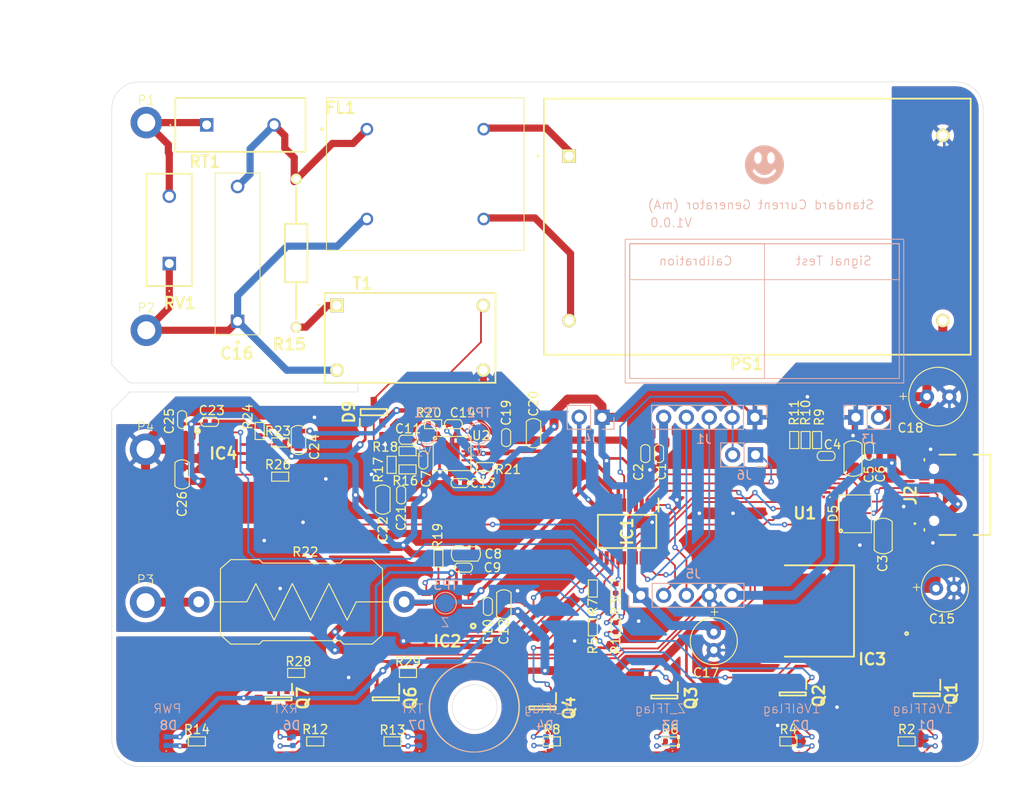
<source format=kicad_pcb>
(kicad_pcb (version 20240108) (generator "pcbnew") (generator_version "8.0")
  (layers (0 "F.Cu" signal) (31 "B.Cu" signal) (34 "B.Paste" user) (35 "F.Paste" user) (36 "B.SilkS" user "B.Silkscreen") (37 "F.SilkS" user "F.Silkscreen") (38 "B.Mask" user) (39 "F.Mask" user) (44 "Edge.Cuts" user))
  (net 0 "")
  (net 1 "GND")
  (net 2 "/analog/3V3")
  (net 3 "/interface/5V")
  (net 4 "Net-(C11-Pad1)")
  (net 5 "/analog/1V6")
  (net 6 "/analog/sigV")
  (net 7 "Net-(D2-A)")
  (net 8 "Net-(D2-K)")
  (net 9 "Net-(D3-A)")
  (net 10 "Net-(D3-K)")
  (net 11 "Net-(D4-K)")
  (net 12 "Net-(D6-A)")
  (net 13 "Net-(D6-K)")
  (net 14 "Net-(D7-K)")
  (net 15 "Net-(D7-A)")
  (net 16 "Net-(D8-K)")
  (net 17 "/mcu/1V6_TFlag")
  (net 18 "/mcu/1V6_IFlag")
  (net 19 "/analog/Z_TFlag")
  (net 20 "/analog/sigZ")
  (net 21 "/analog/Z_IFlag")
  (net 22 "/interface/STLINK_RST")
  (net 23 "/interface/PUSH_BTN")
  (net 24 "/interface/SUSPEND")
  (net 25 "/interface/SYNC")
  (net 26 "/interface/UART_CTS")
  (net 27 "/interface/STLINK_CLK")
  (net 28 "/interface/UART_TXD")
  (net 29 "/interface/UART_RXD")
  (net 30 "/interface/UART_RTS")
  (net 31 "/interface/STLINK_DIO")
  (net 32 "Net-(Q1-B)")
  (net 33 "Net-(Q2-B)")
  (net 34 "Net-(Q3-B)")
  (net 35 "Net-(Q4-B)")
  (net 36 "/analog/Vp_ssh")
  (net 37 "Net-(U1-VDD)")
  (net 38 "Net-(U2A-+)")
  (net 39 "Net-(U2A--)")
  (net 40 "Net-(U2B-+)")
  (net 41 "Net-(C14-Pad1)")
  (net 42 "Net-(D1-K)")
  (net 43 "Net-(D1-A)")
  (net 44 "Net-(D4-A)")
  (net 45 "Net-(D5-L2)")
  (net 46 "Net-(D5-L3)")
  (net 47 "Net-(IC2-ISET)")
  (net 48 "Net-(IC4-+IN)")
  (net 49 "Net-(IC4-ISET)")
  (net 54 "Net-(P3-Pad1)")
  (net 55 "Net-(U1-VBUS)")
  (net 56 "Net-(U1-~{RST})")
  (net 57 "Net-(D9-A{slash}K)")
  (net 62 "/analog/Vp_sh")
  (net 63 "/interface/Vp_h")
  (net 64 "/power/FL1_out1_sh")
  (net 65 "/power/FL1_out2_sh")
  (net 66 "/analog/Zfreed")
  (net 67 "/analog/Vn_h")
  (net 68 "Net-(Q6-B)")
  (net 69 "Net-(Q7-B)")
  (net 70 "Net-(U1-~{RXT}{slash}GPIO.3)")
  (net 71 "Net-(U1-~{TXT}{slash}GPIO.2)")
  (footprint "Mouser:SOP65P640X120-20N" (layer "F.Cu") (at 159.71 112.522 -90)
    (property "Reference" "IC1")
    (property "Value" "STM32G051F8P6" (hide yes))
  )
  (footprint "PCM_Capacitor_SMD_AKL:C_0805_2012Metric_Pad1.15x1.40mm" (layer "F.Cu") (at 188.214 113.027 90)
    (property "Reference" "C3")
    (property "Value" "4.7u" (hide yes))
  )
  (footprint "PCM_Capacitor_SMD_AKL:C_0402_1005Metric" (layer "F.Cu") (at 144.216 120.876 -90)
    (property "Reference" "C10")
    (property "Value" "100n" (hide yes))
  )
  (footprint "PCM_Resistor_SMD_AKL:R_0402_1005Metric" (layer "F.Cu") (at 143.912 105.362 180)
    (property "Reference" "R21")
    (property "Value" "4.99k" (hide yes))
  )
  (footprint "PCM_Capacitor_SMD_AKL:C_0402_1005Metric" (layer "F.Cu") (at 134.564 108.458 -90)
    (property "Reference" "C21")
    (property "Value" "100n" (hide yes))
  )
  (footprint "PCM_Capacitor_SMD_AKL:C_0603_1608Metric" (layer "F.Cu") (at 149.296 101.587 90)
    (property "Reference" "C20")
    (property "Value" "47u" (hide yes))
  )
  (footprint "PCM_Resistor_SMD_AKL:R_0402_1005Metric" (layer "F.Cu") (at 135.276 103.584)
    (property "Reference" "R18")
    (property "Value" "16.2k" (hide yes))
  )
  (footprint "Mouser:PAD_Hole_D2mm" (layer "F.Cu") (at 106.198 67.02)
    (property "Reference" "P1")
    (property "Value" "~")
  )
  (footprint "Capacitor_THT:C_Radial_D5.0mm_H11.0mm_P2.00mm" (layer "F.Cu") (at 194.088 118.86)
    (property "Reference" "C15")
    (property "Value" "10uF_16V")
  )
  (footprint "PCM_Capacitor_SMD_AKL:C_0805_2012Metric_Pad1.15x1.40mm" (layer "F.Cu") (at 184.856 104.403 -90)
    (property "Reference" "C5")
    (property "Value" "4.7u" (hide yes))
  )
  (footprint "PCM_Resistor_SMD_AKL:R_0402_1005Metric" (layer "F.Cu") (at 124.996 135.89)
    (property "Reference" "R12")
    (property "Value" "330" (hide yes))
  )
  (footprint "PCM_Resistor_SMD_AKL:R_0402_1005Metric" (layer "F.Cu") (at 135.276 105.616 180)
    (property "Reference" "R16")
    (property "Value" "4.64k" (hide yes))
  )
  (footprint "Mouser:NTC10D11" (layer "F.Cu") (at 112.922 67.274)
    (property "Reference" "RT1")
    (property "Value" "NTC10D-11" (hide yes))
  )
  (footprint "Mouser:SOT95P237X125-3N" (layer "F.Cu") (at 150.302 132.164 -90)
    (property "Reference" "Q4")
    (property "Value" "MMBT3906-TP" (hide yes))
  )
  (footprint "PCM_Capacitor_SMD_AKL:C_0402_1005Metric" (layer "F.Cu") (at 141.504 116.55 180)
    (property "Reference" "C9")
    (property "Value" "100n" (hide yes))
  )
  (footprint "Mouser:HLK15M05C" (layer "F.Cu") (at 153.25 70.75)
    (property "Reference" "PS1")
    (property "Value" "HLK-15M05C" (hide yes))
  )
  (footprint "PCM_Package_DFN_QFN_AKL:DFN-8-1EP_3x3mm_P0.5mm_EP1.66x2.38mm" (layer "F.Cu") (at 140.234 103.85)
    (property "Reference" "U2")
    (property "Value" "ADA4528-2ACPZ" (hide yes))
  )
  (footprint "PCM_Capacitor_SMD_AKL:C_0603_1608Metric" (layer "F.Cu") (at 110.18 106.172 -90)
    (property "Reference" "C26")
    (property "Value" "47u" (hide yes))
  )
  (footprint "PCM_Resistor_SMD_AKL:R_0402_1005Metric" (layer "F.Cu") (at 155.9 123.192 -90)
    (property "Reference" "R5")
    (property "Value" "1k" (hide yes))
  )
  (footprint "Capacitor_THT:C_Radial_D5.0mm_H11.0mm_P2.00mm" (layer "F.Cu") (at 169.362 123.73 -90)
    (property "Reference" "C17")
    (property "Value" "10uF_16V")
  )
  (footprint "PCM_Resistor_SMD_AKL:R_0402_1005Metric" (layer "F.Cu") (at 121.1 106.426)
    (property "Reference" "R26")
    (property "Value" "7.68k" (hide yes))
  )
  (footprint "PCM_Resistor_SMD_AKL:R_0402_1005Metric" (layer "F.Cu") (at 133.606 135.89 180)
    (property "Reference" "R13")
    (property "Value" "330" (hide yes))
  )
  (footprint "PCM_Resistor_SMD_AKL:R_0402_1005Metric" (layer "F.Cu") (at 179.578 102.35 -90)
    (property "Reference" "R10")
    (property "Value" "47.5k" (hide yes))
  )
  (footprint "PCM_Capacitor_SMD_AKL:C_0402_1005Metric" (layer "F.Cu") (at 163.266 103.858 90)
    (property "Reference" "C1")
    (property "Value" "1u" (hide yes))
  )
  (footprint "PCM_Capacitor_SMD_AKL:C_0402_1005Metric" (layer "F.Cu") (at 137.025 104.572 90)
    (property "Reference" "C7")
    (property "Value" "10n" (hide yes))
  )
  (footprint "PCM_Capacitor_SMD_AKL:C_0402_1005Metric" (layer "F.Cu") (at 140.378 100.584)
    (property "Reference" "C14")
    (property "Value" "82n" (hide yes))
  )
  (footprint "PCM_Resistor_SMD_AKL:R_0402_1005Metric" (layer "F.Cu") (at 138.122 100.584)
    (property "Reference" "R20")
    (property "Value" "2.37k" (hide yes))
  )
  (footprint "Mouser:SOT95P237X125-3N" (layer "F.Cu") (at 178.146 130.604 -90)
    (property "Reference" "Q2")
    (property "Value" "MMBT3906-TP" (hide yes))
  )
  (footprint "Mouser:KTT0003B" (layer "F.Cu") (at 176.325 121.376)
    (property "Reference" "IC3")
    (property "Value" "LM1085IS-3.3/NOPB" (hide yes))
  )
  (footprint "PCM_Capacitor_SMD_AKL:C_0402_1005Metric" (layer "F.Cu") (at 141.12 107.14)
    (property "Reference" "C13")
    (property "Value" "15n" (hide yes))
  )
  (footprint "PCM_Resistor_SMD_AKL:R_0402_1005Metric" (layer "F.Cu") (at 155.9 118.874 -90)
    (property "Reference" "R7")
    (property "Value" "1k" (hide yes))
  )
  (footprint "PCM_Capacitor_SMD_AKL:C_0603_1608Metric" (layer "F.Cu") (at 145.994 120.637 90)
    (property "Reference" "C12")
    (property "Value" "47u" (hide yes))
  )
  (footprint "PCM_Resistor_SMD_AKL:R_0402_1005Metric" (layer "F.Cu") (at 158.44 123.192 -90)
    (property "Reference" "R1")
    (property "Value" "1k" (hide yes))
  )
  (footprint "PCM_Package_TO_SOT_SMD_AKL:SOT-143" (layer "F.Cu") (at 185.1 110.562 90)
    (property "Reference" "D5")
    (property "Value" "SP0503BAHT" (hide yes))
  )
  (footprint "Mouser:PAD_Hole_D2mm" (layer "F.Cu") (at 106.116 103.378)
    (property "Reference" "P4")
    (property "Value" "~")
  )
  (footprint "PCM_Resistor_SMD_AKL:R_0402_1005Metric" (layer "F.Cu") (at 151.328 135.89)
    (property "Reference" "R8")
    (property "Value" "330" (hide yes))
  )
  (footprint "PCM_Capacitor_SMD_AKL:C_0402_1005Metric" (layer "F.Cu") (at 135.306 102.314)
    (property "Reference" "C11")
    (property "Value" "15n" (hide yes))
  )
  (footprint "Mouser:QFN100P500X500X100-13N-D" (layer "F.Cu") (at 139.71 120.55 180)
    (property "Reference" "IC2")
    (property "Value" "OPA567AIRHGT" (hide yes))
  )
  (footprint "PCM_Resistor_THT_US_AKL:R_Axial_DIN0918_L18.0mm_D9.0mm_P22.86mm_Horizontal" (layer "F.Cu") (at 134.9 120.36 180)
    (property "Reference" "R22")
    (property "Value" "3.3" (hide yes))
  )
  (footprint "PCM_Capacitor_SMD_AKL:C_0402_1005Metric" (layer "F.Cu") (at 110.18 100.076 90)
    (property "Reference" "C25")
    (property "Value" "100n" (hide yes))
  )
  (footprint "Mouser:SOT95P240X120-3N" (layer "F.Cu") (at 131.516 99.244 90)
    (property "Reference" "D9")
    (property "Value" "BAT54S" (hide yes))
  )
  (footprint "Mouser:ZMPT1071" (layer "F.Cu") (at 127.408 87.376)
    (property "Reference" "T1")
    (property "Value" "ZMPT107-1" (hide yes))
  )
  (footprint "PCM_Capacitor_SMD_AKL:C_0402_1005Metric" (layer "F.Cu") (at 113.256 100.33)
    (property "Reference" "C23")
    (property "Value" "100n" (hide yes))
  )
  (footprint "PCM_Resistor_SMD_AKL:R_0402_1005Metric" (layer "F.Cu") (at 138.71 115.536 -90)
    (property "Reference" "R19")
    (property "Value" "7.68k" (hide yes))
  )
  (footprint "PCM_Resistor_SMD_AKL:R_0402_1005Metric" (layer "F.Cu") (at 111.83 135.89)
    (property "Reference" "R14")
    (property "Value" "330" (hide yes))
  )
  (footprint "PCM_Capacitor_SMD_AKL:C_0402_1005Metric" (layer "F.Cu") (at 146.248 102.08 -90)
    (property "Reference" "C19")
    (property "Value" "100n" (hide yes))
  )
  (footprint "PCM_Resistor_SMD_AKL:R_0402_1005Metric" (layer "F.Cu") (at 164.494 135.89)
    (property "Reference" "R6")
    (property "Value" "330" (hide yes))
  )
  (footprint "PCM_Resistor_SMD_AKL:R_0402_1005Metric" (layer "F.Cu") (at 158.44 118.874 -90)
    (property "Reference" "R3")
    (property "Value" "1k" (hide yes))
  )
  (footprint "PCM_Resistor_SMD_AKL:R_0402_1005Metric" (layer "F.Cu") (at 133.5 105.108 90)
    (property "Reference" "R17")
    (property "Value" "12.7k" (hide yes))
  )
  (footprint "PCM_Capacitor_SMD_AKL:C_0603_1608Metric" (layer "F.Cu") (at 141.771 115.026)
    (property "Reference" "C8")
    (property "Value" "47u" (hide yes))
  )
  (footprint "Mouser:PAD_Hole_D2mm" (layer "F.Cu") (at 106.198 90.134)
    (property "Reference" "P2")
    (property "Value" "~")
  )
  (footprint "Mouser:SOT95P237X125-3N" (layer "F.Cu") (at 163.856 130.944 -90)
    (property "Reference" "Q3")
    (property "Value" "MMBT3906-TP" (hide yes))
  )
  (footprint "PCM_Resistor_SMD_AKL:R_0402_1005Metric" (layer "F.Cu") (at 177.66 135.89)
    (property "Reference" "R4")
    (property "Value" "330" (hide yes))
  )
  (footprint "PCM_Resistor_SMD_AKL:R_0402_1005Metric" (layer "F.Cu") (at 180.848 102.35 90)
    (property "Reference" "R9")
    (property "Value" "22.1k" (hide yes))
  )
  (footprint "Mouser:RESAD1650W60L650D250" (layer "F.Cu") (at 122.88 73.284 -90)
    (property "Reference" "R15")
    (property "Value" "MBB02070C1004FCT00" (hide yes))
  )
  (footprint "Mouser:MOV10D391K" (layer "F.Cu") (at 108.758 82.708 90)
    (property "Reference" "RV1")
    (property "Value" "MOV-10D391K" (hide yes))
  )
  (footprint "PCM_Capacitor_SMD_AKL:C_0603_1608Metric" (layer "F.Cu") (at 123.134 102.349 -90)
    (property "Reference" "C24")
    (property "Value" "47u" (hide yes))
  )
  (footprint "Mouser:GSB1C41110SSHR" (layer "F.Cu") (at 196.187 108.446 90)
    (property "Reference" "J2")
    (property "Value" "GSB1C41110SSHR" (hide yes))
  )
  (footprint "PCM_Resistor_SMD_AKL:R_0402_1005Metric" (layer "F.Cu") (at 121.104 102.616)
    (property "Reference" "R23")
    (property "Value" "7.68k" (hide yes))
  )
  (footprint "PCM_Capacitor_SMD_AKL:C_0402_1005Metric" (layer "F.Cu") (at 186.634 103.583 -90)
    (property "Reference" "C6")
    (property "Value" "0.1u" (hide yes))
  )
  (footprint "PCM_Resistor_SMD_AKL:R_0402_1005Metric" (layer "F.Cu") (at 178.308 102.348 90)
    (property "Reference" "R11")
    (property "Value" "1k" (hide yes))
  )
  (footprint "PCM_Capacitor_SMD_AKL:C_0603_1608Metric" (layer "F.Cu") (at 132.532 108.979 90)
    (property "Reference" "C22")
    (property "Value" "47u" (hide yes))
  )
  (footprint "PCM_Capacitor_SMD_AKL:C_0402_1005Metric" (layer "F.Cu") (at 161.742 103.858 90)
    (property "Reference" "C2")
    (property "Value" "0.1u" (hide yes))
  )
  (footprint "PCM_Resistor_SMD_AKL:R_0402_1005Metric" (layer "F.Cu") (at 190.826 135.89)
    (property "Reference" "R2")
    (property "Value" "330" (hide yes))
  )
  (footprint "Mouser:SOT95P237X125-3N" (layer "F.Cu") (at 132.852 131.148 -90)
    (property "Reference" "Q6")
    (property "Value" "MMBT3906-TP" (hide yes))
  )
  (footprint "Mouser:SOT95P237X125-3N" (layer "F.Cu") (at 193.066 130.69 -90)
    (property "Reference" "Q1")
    (property "Value" "MMBT3906-TP" (hide yes))
  )
  (footprint "Capacitor_THT:C_Radial_D6.3mm_H11.0mm_P2.50mm" (layer "F.Cu") (at 193.08 97.524)
    (property "Reference" "C18")
    (property "Value" "220uF 16V 105℃")
  )
  (footprint "PCM_Resistor_SMD_AKL:R_0402_1005Metric" (layer "F.Cu") (at 118.816 101.344 -90)
    (property "Reference" "R24")
    (property "Value" "7.68k" (hide yes))
  )
  (footprint "PCM_Capacitor_SMD_AKL:C_0402_1005Metric" (layer "F.Cu") (at 181.864 104.119 180)
    (property "Reference" "C4")
    (property "Value" "0.1u" (hide yes))
  )
  (footprint "Mouser:PAD_Hole_D2mm" (layer "F.Cu") (at 106.116 120.396)
    (property "Reference" "P3")
    (property "Value" "~")
  )
  (footprint "Mouser:B32922X__18_X_5_" (layer "F.Cu") (at 116.358 89.132 90)
    (property "Reference" "C16")
    (property "Value" "B32922X2104K000" (hide yes))
  )
  (footprint "Mouser:CP2102NA02GQFN20" (layer "F.Cu") (at 180.34 107.421 180)
    (property "Reference" "U1")
    (property "Value" "CP2102N-A02-GQFN20" (hide yes))
  )
  (footprint "PCM_Resistor_SMD_AKL:R_0402_1005Metric" (layer "F.Cu") (at 122.878 128.27)
    (property "Reference" "R28")
    (property "Value" "1k" (hide yes))
  )
  (footprint "PCM_Resistor_SMD_AKL:R_0402_1005Metric" (layer "F.Cu") (at 135.324 128.27)
    (property "Reference" "R29")
    (property "Value" "1k" (hide yes))
  )
  (footprint "Mouser:SSHB10HSR11100" (layer "F.Cu") (at 130.75 67.75)
    (property "Reference" "FL1")
    (property "Value" "SSHB10HS-R11100" (hide yes))
  )
  (footprint "Mouser:SOT95P237X125-3N" (layer "F.Cu") (at 120.914 131.148 -90)
    (property "Reference" "Q7")
    (property "Value" "MMBT3906-TP" (hide yes))
  )
  (footprint "Mouser:QFN100P500X500X100-13N-D" (layer "F.Cu") (at 114.77 103.85)
    (property "Reference" "IC4")
    (property "Value" "OPA567AIRHGT" (hide yes))
  )
  (footprint "TestPoint:TestPoint_Pad_D2.0mm" (layer "B.Cu") (at 137.358 101.6 90)
    (property "Reference" "TP1")
    (property "Value" "Vf")
  )
  (footprint "TestPoint:TestPoint_Pad_D2.0mm" (layer "B.Cu") (at 139.5 120.5 180)
    (property "Reference" "TP3")
    (property "Value" "Z")
  )
  (footprint "Connector_PinSocket_2.54mm:PinSocket_1x05_P2.54mm_Vertical" (layer "B.Cu") (at 161.234 119.634 -90)
    (property "Reference" "J5")
    (property "Value" "Conn_01x05")
  )
  (footprint "Connector_PinSocket_2.54mm:PinSocket_1x05_P2.54mm_Vertical" (layer "B.Cu") (at 173.934 99.822 90)
    (property "Reference" "J1")
    (property "Value" "Conn_01x05" (hide yes))
  )
  (footprint "LED_SMD:LED_0402_1005Metric" (layer "B.Cu") (at 122.51 135.867 90)
    (property "Reference" "D6")
    (property "Value" "LED-YELLOW")
  )
  (footprint "Mouser:ktw07182_logo" (layer "B.Cu") (at 175 71.75 180)
    (property "Reference" "Debbit" (hide yes))
    (property "Value" "ktw07182@gmail.com" (hide yes))
  )
  (footprint "Connector_PinHeader_2.54mm:PinHeader_1x02_P2.54mm_Vertical" (layer "B.Cu") (at 156.921 99.822 90)
    (property "Reference" "J4")
    (property "Value" "Conn_01x02" (hide yes))
  )
  (footprint "LED_SMD:LED_0402_1005Metric" (layer "B.Cu") (at 108.424 135.867 90)
    (property "Reference" "D8")
    (property "Value" "LED-WHITE")
  )
  (footprint "LED_SMD:LED_0402_1005Metric" (layer "B.Cu") (at 164.768 135.867 90)
    (property "Reference" "D3")
    (property "Value" "LED-RED")
  )
  (footprint "LED_SMD:LED_0402_1005Metric" (layer "B.Cu") (at 192.94 135.867 90)
    (property "Reference" "D1")
    (property "Value" "LED-RED")
  )
  (footprint "Connector_PinHeader_2.54mm:PinHeader_1x02_P2.54mm_Vertical" (layer "B.Cu") (at 174 104 90)
    (property "Reference" "J6")
    (property "Value" "Conn_01x02" (hide yes))
  )
  (footprint "TestPoint:TestPoint_Pad_D2.0mm" (layer "B.Cu") (at 143.2 101.6 90)
    (property "Reference" "TP2")
    (property "Value" "V")
  )
  (footprint "LED_SMD:LED_0402_1005Metric" (layer "B.Cu") (at 178.854 135.867 90)
    (property "Reference" "D2")
    (property "Value" "LED-RED")
  )
  (footprint "LED_SMD:LED_0402_1005Metric" (layer "B.Cu") (at 150.682 135.867 90)
    (property "Reference" "D4")
    (property "Value" "LED-RED")
  )
  (footprint "Connector_PinHeader_2.54mm:PinHeader_1x02_P2.54mm_Vertical" (layer "B.Cu") (at 185.166 99.822 -90)
    (property "Reference" "J3")
    (property "Value" "Conn_01x02" (hide yes))
  )
  (footprint "LED_SMD:LED_0402_1005Metric" (layer "B.Cu") (at 136.596 135.867 90)
    (property "Reference" "D7")
    (property "Value" "LED-GREEN")
  )
  (gr_rect (start 160 80.5) (end 175 95.5) (stroke (width 0.1)) (fill none) (layer "B.SilkS"))
  (gr_rect (start 160 80.5) (end 190 95.5) (stroke (width 0.1)) (fill none) (layer "B.SilkS"))
  (gr_rect (start 159.5 80) (end 190.5 96) (stroke (width 0.1)) (fill none) (layer "B.SilkS"))
  (gr_circle (center 142.748 132.08) (end 137.748 132.08) (stroke (width 0.1)) (fill none) (layer "B.SilkS"))
  (gr_rect (start 160 80.5) (end 190 84.5) (stroke (width 0.1)) (fill none) (layer "B.SilkS"))
  (gr_circle (center 142.668 132.08) (end 147.668 132.08) (stroke (width 0.1)) (fill none) (layer "F.SilkS"))
  (gr_line (start 129.75 96) (end 104.35872 96) (stroke (width 0.05)) (layer "Edge.Cuts"))
  (gr_arc (start 129.75 96.75) (mid 129.75 96.75) (end 129.75 96.75) (stroke (width 0.05)) (layer "Edge.Cuts"))
  (gr_line (start 199.334 65.484) (end 199.334 135.684) (stroke (width 0.05)) (layer "Edge.Cuts"))
  (gr_line (start 104.35872 96) (end 102.35872 94) (stroke (width 0.05)) (layer "Edge.Cuts"))
  (gr_line (start 102.35872 99) (end 104.35872 97) (stroke (width 0.05)) (layer "Edge.Cuts"))
  (gr_arc (start 196.334 62.484) (mid 198.45532 63.36268) (end 199.334 65.484) (stroke (width 0.05)) (layer "Edge.Cuts"))
  (gr_arc (start 199.334 135.684) (mid 198.45532 137.80532) (end 196.334 138.684) (stroke (width 0.05)) (layer "Edge.Cuts"))
  (gr_line (start 105.35872 62.484) (end 196.334 62.484) (stroke (width 0.05)) (layer "Edge.Cuts"))
  (gr_circle (center 142.748 132.08) (end 145.248 132.08) (stroke (width 0.05)) (fill none) (layer "Edge.Cuts"))
  (gr_line (start 129.75 97) (end 104.35872 97) (stroke (width 0.05)) (layer "Edge.Cuts"))
  (gr_arc (start 105.35872 138.684) (mid 103.237387 137.805327) (end 102.35872 135.684) (stroke (width 0.05)) (layer "Edge.Cuts"))
  (gr_line (start 129.75 96) (end 129.75 97) (stroke (width 0.05)) (layer "Edge.Cuts"))
  (gr_arc (start 102.35872 65.484) (mid 103.2374 63.36268) (end 105.35872 62.484) (stroke (width 0.05)) (layer "Edge.Cuts"))
  (gr_line (start 196.334 138.684) (end 105.35872 138.684) (stroke (width 0.05)) (layer "Edge.Cuts"))
  (gr_line (start 102.35872 135.684) (end 102.35872 99) (stroke (width 0.05)) (layer "Edge.Cuts"))
  (gr_line (start 102.35872 65.484) (end 102.35872 94) (stroke (width 0.05)) (layer "Edge.Cuts"))
  (gr_text "1V6IFlag" (at 181.3 132.842 0) (layer "B.SilkS") (effects (font (size 1 1) (thickness 0.1)) (justify left bottom mirror)))
  (gr_text "V2" (at 143.75 104.25 0) (layer "B.SilkS") (effects (font (size 1 1) (thickness 0.1)) (justify left bottom mirror)))
  (gr_text "Calibration" (at 171.5 83 0) (layer "B.SilkS") (effects (font (size 1 1) (thickness 0.1)) (justify left bottom mirror)))
  (gr_text "1V6TFlag" (at 196.032 132.842 0) (layer "B.SilkS") (effects (font (size 1 1) (thickness 0.1)) (justify left bottom mirror)))
  (gr_text "Z_TFlag" (at 166.314 132.842 0) (layer "B.SilkS") (effects (font (size 1 1) (thickness 0.1)) (justify left bottom mirror)))
  (gr_text "Signal Test" (at 187 83 0) (layer "B.SilkS") (effects (font (size 1 1) (thickness 0.1)) (justify left bottom mirror)))
  (gr_text "Z_IFlag" (at 153.67 132.842 0) (layer "B.SilkS") (effects (font (size 1 1) (thickness 0.1)) (justify left bottom mirror)))
  (gr_text "TXT" (at 137.104 132.842 0) (layer "B.SilkS") (effects (font (size 1 1) (thickness 0.1)) (justify left bottom mirror)))
  (gr_text "Standard Current Generator (mA)" (at 187.25 76.75 0) (layer "B.SilkS") (effects (font (size 1 1) (thickness 0.1)) (justify left bottom mirror)))
  (gr_text "Z" (at 140 123.25 0) (layer "B.SilkS") (effects (font (size 1 1) (thickness 0.1)) (justify left bottom mirror)))
  (gr_text "RXT" (at 123.134 132.842 0) (layer "B.SilkS") (effects (font (size 1 1) (thickness 0.1)) (justify left bottom mirror)))
  (gr_text "V1" (at 138 104.25 0) (layer "B.SilkS") (effects (font (size 1 1) (thickness 0.1)) (justify left bottom mirror)))
  (gr_text "PWR" (at 110.18 132.842 0) (layer "B.SilkS") (effects (font (size 1 1) (thickness 0.1)) (justify left bottom mirror)))
  (gr_text "V1.0.0" (at 167 78.75 0) (layer "B.SilkS") (effects (font (size 1 1) (thickness 0.1)) (justify left bottom mirror)))
  (gr_text "+" (at 168.75 122 0) (layer "F.SilkS") (effects (font (size 1 1) (thickness 0.1)) (justify left bottom)))
  (gr_text "+" (at 191.25 119.25 0) (layer "F.SilkS") (effects (font (size 1 1) (thickness 0.1)) (justify left bottom)))
  (gr_text "+" (at 189.75 98 0) (layer "F.SilkS") (effects (font (size 1 1) (thickness 0.1)) (justify left bottom)))
  (segment (start 134.564 108.91) (end 136.652 108.91) (width 0.6) (layer "F.Cu") (net 1))
  (segment (start 191.749 103.326) (end 197.302 103.326) (width 0.3) (layer "F.Cu") (net 1))
  (segment (start 161.742 104.338) (end 162.504 104.338) (width 0.3) (layer "F.Cu") (net 1))
  (segment (start 133.096 136.652) (end 132.588 137.16) (width 0.3) (layer "F.Cu") (net 1))
  (segment (start 127.96 122.936) (end 126.182 124.714) (width 0.8) (layer "F.Cu") (net 1))
  (segment (start 182.824 110.998) (end 183.488 111.662) (width 0.3) (layer "F.Cu") (net 1))
  (segment (start 153.106 97.79) (end 156.154 97.79) (width 1) (layer "F.Cu") (net 1))
  (segment (start 177.236 134.112) (end 178.17 135.046) (width 0.3) (layer "F.Cu") (net 1))
  (segment (start 132.588 137.16) (end 126.436 137.16) (width 0.3) (layer "F.Cu") (net 1))
  (segment (start 133.72 109.754) (end 134.564 108.91) (width 0.6) (layer "F.Cu") (net 1))
  (segment (start 179.578 97.734) (end 179.578 101.84) (width 0.3) (layer "F.Cu") (net 1))
  (segment (start 141.024 115.054) (end 140.996 115.026) (width 0.3) (layer "F.Cu") (net 1))
  (segment (start 184.856 103.378) (end 184.856 100.132) (width 0.3) (layer "F.Cu") (net 1))
  (segment (start 191.174 105.246) (end 192.797 105.246) (width 0.3) (layer "F.Cu") (net 1))
  (segment (start 151.838 135.89) (end 151.838 136.65) (width 0.3) (layer "F.Cu") (net 1))
  (segment (start 134.564 114.3) (end 134.818 114.046) (width 0.3) (layer "F.Cu") (net 1))
  (segment (start 110.18 100.556) (end 112.55 100.556) (width 0.3) (layer "F.Cu") (net 1))
  (segment (start 179.776 97.536) (end 179.578 97.734) (width 0.3) (layer "F.Cu") (net 1))
  (segment (start 157.932 125.476) (end 160.98 122.428) (width 0.3) (layer "F.Cu") (net 1))
  (segment (start 111.958 106.934) (end 116.276 111.252) (width 0.8) (layer "F.Cu") (net 1))
  (segment (start 185.37 114.052) (end 188.214 114.052) (width 0.3) (layer "F.Cu") (net 1))
  (segment (start 130.78 109.754) (end 129.484 108.458) (width 0.6) (layer "F.Cu") (net 1))
  (segment (start 122.372 103.124) (end 123.134 103.124) (width 0.3) (layer "F.Cu") (net 1))
  (segment (start 121.61 107.188) (end 121.102 107.696) (width 0.8) (layer "F.Cu") (net 1))
  (segment (start 157.678 104.394) (end 157.424 104.648) (width 0.3) (layer "F.Cu") (net 1))
  (segment (start 184.856 103.378) (end 183.085 103.378) (width 0.3) (layer "F.Cu") (net 1))
  (segment (start 135.798 115.026) (end 134.818 114.046) (width 0.8) (layer "F.Cu") (net 1))
  (segment (start 160.5 111.5) (end 162.5 111.5) (width 0.3) (layer "F.Cu") (net 1))
  (segment (start 110.18 106.947) (end 113.023 106.947) (width 0.8) (layer "F.Cu") (net 1))
  (segment (start 116.784 124.714) (end 112.34 129.158) (width 0.7) (layer "F.Cu") (net 1))
  (segment (start 164.536 137.16) (end 165.004 136.692) (width 0.3) (layer "F.Cu") (net 1))
  (segment (start 112.34 129.158) (end 112.34 135.89) (width 0.7) (layer "F.Cu") (net 1))
  (segment (start 193.948 123.75) (end 196.088 121.61) (width 0.3) (layer "F.Cu") (net 1))
  (segment (start 160.544 98.044) (end 172.156 98.044) (width 0.3) (layer "F.Cu") (net 1))
  (segment (start 178.17 135.046) (end 178.17 135.89) (width 0.3) (layer "F.Cu") (net 1))
  (segment (start 162.504 104.338) (end 162.504 105.41) (width 0.3) (layer "F.Cu") (net 1))
  (segment (start 126.182 124.714) (end 116.784 124.714) (width 0.8) (layer "F.Cu") (net 1))
  (segment (start 183.085 103.378) (end 182.344 104.119) (width 0.3) (layer "F.Cu") (net 1))
  (segment (start 138.834 104.6) (end 138.834 105.87) (width 0.3) (layer "F.Cu") (net 1))
  (segment (start 192.17 123.75) (end 193.948 123.75) (width 0.3) (layer "F.Cu") (net 1))
  (segment (start 165.322 122.428) (end 168.116 119.634) (width 0.3) (layer "F.Cu") (net 1))
  (segment (start 128.722 128.778) (end 128.722 129.032) (width 0.3) (layer "F.Cu") (net 1))
  (segment (start 193.746 113.792) (end 193.746 112.595) (width 0.3) (layer "F.Cu") (net 1))
  (segment (start 125.506 135.89) (end 125.506 136.23) (width 0.3) (layer "F.Cu") (net 1))
  (segment (start 121.614 102.874) (end 122.118 103.378) (width 0.3) (layer "F.Cu") (net 1))
  (segment (start 191.336 134.75) (end 190.444 133.858) (width 0.3) (layer "F.Cu") (net 1))
  (segment (start 184.856 100.132) (end 185.166 99.822) (width 0.3) (layer "F.Cu") (net 1))
  (segment (start 121.61 106.426) (end 121.61 107.188) (width 0.8) (layer "F.Cu") (net 1))
  (segment (start 184.33 113.012) (end 185.37 114.052) (width 0.3) (layer "F.Cu") (net 1))
  (segment (start 121.102 111.252) (end 127.96 118.11) (width 0.8) (layer "F.Cu") (net 1))
  (segment (start 122.118 103.378) (end 122.118 103.886) (width 0.3) (layer "F.Cu") (net 1))
  (segment (start 165.004 136.692) (end 165.004 135.89) (width 0.3) (layer "F.Cu") (net 1))
  (segment (start 112.34 136.018) (end 113.482 137.16) (width 0.3) (layer "F.Cu") (net 1))
  (segment (start 179.59 106.671) (end 180.34 107.421) (width 0.3) (layer "F.Cu") (net 1))
  (segment (start 122.118 103.378) (end 122.372 103.124) (width 0.3) (layer "F.Cu") (net 1))
  (segment (start 139.71 118.2) (end 139.71 117.864) (width 0.3) (layer "F.Cu") (net 1))
  (segment (start 156.154 97.79) (end 156.921 98.557) (width 1) (layer "F.Cu") (net 1))
  (segment (start 114.77 106.2) (end 113.77 106.2) (width 0.5) (layer "F.Cu") (net 1))
  (segment (start 160.035 109.584) (end 160.035 111.035) (width 0.3) (layer "F.Cu") (net 1))
  (segment (start 176.474 134.112) (end 175.966 134.112) (width 0.3) (layer "F.Cu") (net 1))
  (segment (start 154.63 125.476) (end 157.932 125.476) (width 0.3) (layer "F.Cu") (net 1))
  (segment (start 160.98 122.428) (end 165.322 122.428) (width 0.3) (layer "F.Cu") (net 1))
  (segment (start 160.5 98.5) (end 160.5 98) (width 1) (layer "F.Cu") (net 1))
  (segment (start 182.824 107.696) (end 182.824 110.998) (width 0.3) (layer "F.Cu") (net 1))
  (segment (start 130.566 102.296) (end 129.992 102.87) (width 0.3) (layer "F.Cu") (net 1))
  (segment (start 186.634 103.103) (end 185.131 103.103) (width 0.3) (layer "F.Cu") (net 1))
  (segment (start 130.566 100.444) (end 130.566 102.296) (width 0.3) (layer "F.Cu") (net 1))
  (segment (start 191.174 103.901) (end 191.749 103.326) (width 0.3) (layer "F.Cu") (net 1))
  (segment (start 138.834 105.87) (end 138.882 105.918) (width 0.3) (layer "F.Cu") (net 1))
  (segment (start 160.035 105.227) (end 159.202 104.394) (width 0.3) (layer "F.Cu") (net 1))
  (segment (start 141.024 116.55) (end 141.024 115.054) (width 0.5) (layer "F.Cu") (net 1))
  (segment (start 151.838 136.65) (end 150.82 137.668) (width 0.3) (layer "F.Cu") (net 1))
  (segment (start 116.276 111.252) (end 121.102 111.252) (width 0.8) (layer "F.Cu") (net 1))
  (segment (start 125.506 132.248) (end 125.506 135.89) (width 0.3) (layer "F.Cu") (net 1))
  (segment (start 151.582 99.314) (end 153.106 97.79) (width 1) (layer "F.Cu") (net 1))
  (segment (start 172.156 98.044) (end 173.934 99.822) (width 0.3) (layer "F.Cu") (net 1))
  (segment (start 165.25 109.75) (end 165.25 109) (width 0.3) (layer "F.Cu") (net 1))
  (segment (start 171.5 110.5) (end 167.75 110.5) (width 0.3) (layer "F.Cu") (net 1))
  (segment (start 174.188 135.89) (end 165.004 135.89) (width 0.3) (layer "F.Cu") (net 1))
  (segment (start 151.582 100.838) (end 151.582 99.314) (width 1) (layer "F.Cu") (net 1))
  (segment (start 140.71 116.864) (end 141.024 116.55) (width 0.3) (layer "F.Cu") (net 1))
  (segment (start 136.652 108.91) (end 137.104 108.458) (width 0.6) (layer "F.Cu") (net 1))
  (segment (start 113.482 137.16) (end 124.912 137.16) (width 0.3) (layer "F.Cu") (net 1))
  (segment (start 193.746 112.595) (end 192.797 111.646) (width 0.3) (layer "F.Cu") (net 1))
  (segment (start 184.33 111.662) (end 184.33 113.012) (width 0.3) (layer "F.Cu") (net 1))
  (segment (start 112.34 135.89) (end 112.34 136.018) (width 0.3) (layer "F.Cu") (net 1))
  (segment (start 185.131 103.103) (end 184.856 103.378) (width 0.3) (layer "F.Cu") (net 1))
  (segment (start 189.936 133.858) (end 188.158 132.08) (width 0.3) (layer "F.Cu") (net 1))
  (segment (start 181.89 107.671) (end 182.799 107.671) (width 0.3) (layer "F.Cu") (net 1))
  (segment (start 124.912 137.16) (end 125.674 136.398) (width 0.3) (layer "F.Cu") (net 1))
  (segment (start 196.088 121.61) (end 196.088 118.86) (width 0.3) (layer "F.Cu") (net 1))
  (segment (start 162.504 105.41) (end 162.25 105.664) (width 0.3) (layer "F.Cu") (net 1))
  (segment (start 122.118 103.886) (end 122.372 104.14) (width 0.3) (layer "F.Cu") (net 1))
  (segment (start 128.722 129.032) (end 125.506 132.248) (width 0.3) (layer "F.Cu") (net 1))
  (segment (start 163.5 111.5) (end 165.25 109.75) (width 0.3) (layer "F.Cu") (net 1))
  (segment (start 156.921 99.822) (end 159.178 99.822) (width 1) (layer "F.Cu") (net 1))
  (segment (start 112.55 100.556) (end 112.776 100.33) (width 0.3) (layer "F.Cu") (net 1))
  (segment (start 159.178 99.822) (end 160.5 98.5) (width 1) (layer "F.Cu") (net 1))
  (segment (start 156.921 98.557) (end 156.921 99.822) (width 1) (layer "F.Cu") (net 1))
  (segment (start 160.5 98) (end 160.544 98.044) (width 0.3) (layer "F.Cu") (net 1))
  (segment (start 188.158 132.08) (end 183.078 132.08) (width 0.3) (layer "F.Cu") (net 1))
  (segment (start 113.023 106.947) (end 113.77 106.2) (width 1) (layer "F.Cu") (net 1))
  (segment (start 159.456 137.16) (end 164.536 137.16) (width 0.3) (layer "F.Cu") (net 1))
  (segment (start 138.176 137.16) (end 132.588 137.16) (width 0.3) (layer "F.Cu") (net 1))
  (segment (start 180.59 107.671) (end 180.34 107.421) (width 0.3) (layer "F.Cu") (net 1))
  (segment (start 158.186 135.89) (end 159.456 137.16) (width 0.3) (layer "F.Cu") (net 1))
  (segment (start 132.532 109.754) (end 130.78 109.754) (width 0.6) (layer "F.Cu") (net 1))
  (segment (start 197.302 117.646) (end 196.088 118.86) (width 0.3) (layer "F.Cu") (net 1))
  (segment (start 150.82 137.668) (end 138.684 137.668) (width 0.3) (layer "F.Cu") (net 1))
  (segment (start 183.488 111.662) (end 184.33 111.662) (width 0.3) (layer "F.Cu") (net 1))
  (segment (start 121.614 102.616) (end 121.614 102.874) (width 0.3) (layer "F.Cu") (net 1))
  (segment (start 159.202 104.394) (end 157.678 104.394) (width 0.3) (layer "F.Cu") (net 1))
  (segment (start 160.035 109.584) (end 160.035 105.227) (width 0.3) (layer "F.Cu") (net 1))
  (segment (start 188.995 123.916) (end 192.004 123.916) (width 0.3) (layer "F.Cu") (net 1))
  (segment (start 168.116 119.634) (end 168.854 119.634) (width 0.3) (layer "F.Cu") (net 1))
  (segment (start 133.096 135.89) (end 133.096 136.652) (width 0.3) (layer "F.Cu") (net 1))
  (segment (start 139.71 117.864) (end 141.024 116.55) (width 0.3) (layer "F.Cu") (net 1))
  (segment (start 190.444 133.858) (end 189.936 133.858) (width 0.3) (layer "F.Cu") (net 1))
  (segment (start 178.79 106.671) (end 179.59 106.671) (width 0.3) (layer "F.Cu") (net 1))
  (segment (start 140.996 115.026) (end 138.71 115.026) (width 0.8) (layer "F.Cu") (net 1))
  (segment (start 160.035 111.035) (end 160.5 111.5) (width 0.3) (layer "F.Cu") (net 1))
  (segment (start 176.474 134.112) (end 177.236 134.112) (width 0.3) (layer "F.Cu") (net 1))
  (segment (start 121.102 107.696) (end 121.102 111.252) (width 0.8) (layer "F.Cu") (net 1))
  (segment (start 191.336 135.89) (end 191.336 134.75) (width 0.3) (layer "F.Cu") (net 1))
  (segment (start 122.626 112.776) (end 124.15 114.3) (width 0.3) (layer "F.Cu") (net 1))
  (segment (start 162.5 111.5) (end 163.5 111.5) (width 0.3) (layer "F.Cu") (net 1))
  (segment (start 140.71 118.2) (end 140.71 116.864) (width 0.3) (layer "F.Cu") (net 1))
  (segment (start 182.799 107.671) (end 182.824 107.696) (width 0.3) (layer "F.Cu") (net 1))
  (segment (start 125.506 136.23) (end 125.674 136.398) (width 0.3) (layer "F.Cu") (net 1))
  (segment (start 175.966 134.112) (end 174.188 135.89) (width 0.3) (layer "F.Cu") (net 1))
  (segment (start 151.838 135.89) (end 158.186 135.89) (width 0.3) (layer "F.Cu") (net 1))
  (segment (start 138.684 137.668) (end 138.176 137.16) (width 0.3) (layer "F.Cu") (net 1))
  (segment (start 162.504 104.338) (end 163.266 104.338) (width 0.3) (layer "F.Cu") (net 1))
  (segment (start 126.436 137.16) (end 125.674 136.398) (width 0.3) (layer "F.Cu") (net 1))
  (segment (start 132.532 109.754) (end 133.72 109.754) (width 0.6) (layer "F.Cu") (net 1))
  (segment (start 138.71 115.026) (end 135.798 115.026) (width 0.8) (layer "F.Cu") (net 1))
  (segment (start 181.89 107.671) (end 180.59 107.671) (width 0.3) (layer "F.Cu") (net 1))
  (segment (start 124.15 114.3) (end 134.564 114.3) (width 0.8) (layer "F.Cu") (net 1))
  (segment (start 153.868 124.714) (end 154.63 125.476) (width 0.3) (layer "F.Cu") (net 1))
  (segment (start 191.174 105.246) (end 191.174 103.901) (width 0.3) (layer "F.Cu") (net 1))
  (segment (start 192.004 123.916) (end 192.17 123.75) (width 0.3) (layer "F.Cu") (net 1))
  (segment (start 127.96 118.11) (end 127.96 122.936) (width 0.8) (layer "F.Cu") (net 1))
  (segment (start 197.302 113.566) (end 197.302 117.646) (width 0.3) (layer "F.Cu") (net 1))
  (via (at 193.746 113.792) (size 0.8) (drill 0.4) (layers "F.Cu" "B.Cu") (net 1))
  (via (at 127.198 123.698) (size 0.8) (drill 0.4) (layers "F.Cu" "B.Cu") (net 1))
  (via (at 134.818 114.046) (size 0.8) (drill 0.4) (layers "F.Cu" "B.Cu") (net 1))
  (via (at 193.492 103.378) (size 0.8) (drill 0.4) (layers "F.Cu" "B.Cu") (net 1))
  (via (at 138.882 105.918) (size 0.8) (drill 0.4) (layers "F.Cu" "B.Cu") (net 1))
  (via (at 151.582 100.838) (size 0.8) (drill 0.4) (layers "F.Cu" "B.Cu") (net 1))
  (via (at 165.25 109) (size 0.8) (drill 0.4) (layers "F.Cu" "B.Cu") (net 1))
  (via (at 171.5 110.5) (size 0.8) (drill 0.4) (layers "F.Cu" "B.Cu") (net 1))
  (via (at 176.474 134.112) (size 0.8) (drill 0.4) (layers "F.Cu" "B.Cu") (net 1))
  (via (at 162.25 105.664) (size 0.8) (drill 0.4) (layers "F.Cu" "B.Cu") (net 1))
  (via (at 140.189 117.156) (size 0.8) (drill 0.4) (layers "F.Cu" "B.Cu") (net 1))
  (via (at 190.5 109.75) (size 0.8) (drill 0.4) (layers "F.Cu" "B.Cu") (net 1))
  (via (at 183.078 132.08) (size 0.8) (drill 0.4) (layers "F.Cu" "B.Cu") (net 1))
  (via (at 157.424 104.648) (size 0.8) (drill 0.4) (layers "F.Cu" "B.Cu") (net 1))
  (via (at 167.75 110.5) (size 0.8) (drill 0.4) (layers "F.Cu" "B.Cu") (net 1))
  (via (at 128.722 128.778) (size 0.8) (drill 0.4) (layers "F.Cu" "B.Cu") (net 1))
  (via (at 179.776 97.536) (size 0.8) (drill 0.4) (layers "F.Cu" "B.Cu") (net 1))
  (via (at 185.618 114.046) (size 0.8) (drill 0.4) (layers "F.Cu" "B.Cu") (net 1))
  (via (at 161 122.5) (size 0.8) (drill 0.4) (layers "F.Cu" "B.Cu") (net 1))
  (via (at 129.992 102.87) (size 0.8) (drill 0.4) (layers "F.Cu" "B.Cu") (net 1))
  (via (at 162.5 111.5) (size 0.8) (drill 0.4) (layers "F.Cu" "B.Cu") (net 1))
  (via (at 184.856 101.854) (size 0.8) (drill 0.4) (layers "F.Cu" "B.Cu") (net 1))
  (via (at 137.104 108.458) (size 0.8) (drill 0.4) (layers "F.Cu" "B.Cu") (net 1))
  (via (at 111.196 100.584) (size 0.8) (drill 0.4) (layers "F.Cu" "B.Cu") (net 1))
  (via (at 122.372 104.14) (size 0.8) (drill 0.4) (layers "F.Cu" "B.Cu") (net 1))
  (via (at 111.958 106.934) (size 0.8) (drill 0.4) (layers "F.Cu" "B.Cu") (net 1))
  (via (at 153.868 124.714) (size 0.8) (drill 0.4) (layers "F.Cu" "B.Cu") (net 1))
  (via (at 129.484 108.458) (size 0.8) (drill 0.4) (layers "F.Cu" "B.Cu") (net 1))
  (segment (start 129.484 109.734) (end 129.484 108.458) (width 0.7) (layer "B.Cu") (net 1))
  (segment (start 176.728 125.73) (end 169.362 125.73) (width 0.3) (layer "B.Cu") (net 1))
  (segment (start 129.484 108.458) (end 129.484 104.902) (width 0.7) (layer "B.Cu") (net 1))
  (segment (start 140.189 117.156) (end 140.127 117.094) (width 0.3) (layer "B.Cu") (net 1))
  (segment (start 184.856 101.854) (end 191.968 101.854) (width 0.3) (layer "B.Cu") (net 1))
  (segment (start 176.474 134.112) (end 181.046 134.112) (width 0.3) (layer "B.Cu") (net 1))
  (segment (start 181.046 134.112) (end 183.078 132.08) (width 0.3) (layer "B.Cu") (net 1))
  (segment (start 117.8 99.568) (end 112.212 99.568) (width 0.7) (layer "B.Cu") (net 1))
  (segment (start 176.474 134.112) (end 163.266 134.112) (width 0.3) (layer "B.Cu") (net 1))
  (segment (start 160.472 107.442) (end 162.25 105.664) (width 0.3) (layer "B.Cu") (net 1))
  (segment (start 193.492 114.046) (end 193.746 113.792) (width 0.3) (layer "B.Cu") (net 1))
  (segment (start 163.266 134.112) (end 153.868 124.714) (width 0.3) (layer "B.Cu") (net 1))
  (segment (start 157.424 106.674) (end 158.192 107.442) (width 0.8) (layer "B.Cu") (net 1))
  (segment (start 177.461112 124.996888) (end 176.728 125.73) (width 0.3) (layer "B.Cu") (net 1))
  (segment (start 171 106.75) (end 170.5 107.25) (width 0.3) (layer "B.Cu") (net 1))
  (segment (start 196.088 116.134) (end 193.746 113.792) (width 0.3) (layer "B.Cu") (net 1))
  (segment (start 156.921 103.891) (end 156.921 101.25) (width 0.8) (layer "B.Cu") (net 1))
  (segment (start 136 109.562) (end 137.104 108.458) (width 0.7) (layer "B.Cu") (net 1))
  (segment (start 198.318 86.106) (end 198.318 94.786) (width 0.3) (layer "B.Cu") (net 1))
  (segment (start 156.921 99.822) (end 158.428 99.822) (width 0.8) (layer "B.Cu") (net 1))
  (segment (start 171.5 116.988) (end 171.5 110.5) (width 0.3) (layer "B.Cu") (net 1))
  (segment (start 185.618 114.046) (end 193.492 114.046) (width 0.3) (layer "B.Cu") (net 1))
  (segment (start 180.25 107) (end 179.25 107) (width 0.3) (layer "B.Cu") (net 1))
  (segment (start 198.318 94.786) (end 195.58 97.524) (width 0.3) (layer "B.Cu") (net 1))
  (segment (start 112.212 99.568) (end 111.196 100.584) (width 0.7) (layer "B.Cu") (net 1))
  (segment (start 168.854 119.634) (end 171.648 122.428) (width 0.3) (layer "B.Cu") (net 1))
  (segment (start 177.75 108.5) (end 175.75 108.5) (width 0.3) (layer "B.Cu") (net 1))
  (segment (start 183.078 128.016) (end 180.058888 124.996888) (width 0.3) (layer "B.Cu") (net 1))
  (segment (start 170.5 109) (end 171.506 110.006) (width 0.3) (layer "B.Cu") (net 1))
  (segment (start 171.648 122.428) (end 171.648 125.73) (width 0.3) (layer "B.Cu") (net 1))
  (segment (start 122.372 104.14) (end 117.8 99.568) (width 0.7) (layer "B.Cu") (net 1))
  (segment (start 174 106.75) (end 171 106.75) (width 0.3) (layer "B.Cu") (net 1))
  (segment (start 190.5 109.75) (end 186.204 114.046) (width 0.3) (layer "B.Cu") (net 1))
  (segment (start 196.088 118.86) (end 196.088 119.99137) (width 0.3) (layer "B.Cu") (net 1))
  (segment (start 184.856 101.854) (end 184.856 102.394) (width 0.3) (layer "B.Cu") (net 1))
  (segment (start 129.484 104.902) (end 128.722 104.14) (width 0.7) (layer "B.Cu") (net 1))
  (segment (start 137.104 107.696) (end 137.104 108.458) (width 0.7) (layer "B.Cu") (net 1))
  (segment (start 136 112.864) (end 136 109.562) (width 0.7) (layer "B.Cu") (net 1))
  (segment (start 195.58 97.524) (end 195.58 101.29) (width 0.3) (layer "B.Cu") (net 1))
  (segment (start 157.424 104.648) (end 157.424 104.394) (width 0.3) (layer "B.Cu") (net 1))
  (segment (start 191.968 101.854) (end 193.492 103.378) (width 0.3) (layer "B.Cu") (net 1))
  (segment (start 131.77 125.73) (end 128.722 128.778) (width 0.3) (layer "B.Cu") (net 1))
  (segment (start 175.75 108.5) (end 174 106.75) (width 0.3) (layer "B.Cu") (net 1))
  (segment (start 128.722 104.14) (end 129.992 102.87) (width 0.7) (layer "B.Cu") (net 1))
  (segment (start 195.016 82.804) (end 198.318 86.106) (width 0.3) (layer "B.Cu") (net 1))
  (segment (start 128.722 125.222) (end 128.722 128.778) (width 0.3) (layer "B.Cu") (net 1))
  (segment (start 161.75 96.5) (end 178.74 96.5) (width 0.8) (layer "B.Cu") (net 1))
  (segment (start 196.088 119.99137) (end 186.53937 129.54) (width 0.3) (layer "B.Cu") (net 1))
  (segment (start 168.854 119.634) (end 171.5 116.988) (width 0.3) (layer "B.Cu") (net 1))
  (segment (start 149.042 103.378) (end 147.772 103.378) (width 0.7) (layer "B.Cu") (net 1))
  (segment (start 158.192 107.442) (end 160.472 107.442) (width 0.8) (layer "B.Cu") (net 1))
  (segment (start 179.776 97.536) (end 177.49 99.822) (width 0.3) (layer "B.Cu") (net 1))
  (segment (start 196.088 118.86) (end 196.088 116.134) (width 0.3) (layer "B.Cu") (net 1))
  (segment (start 183.078 132.08) (end 183.078 129.54) (width 0.3) (layer "B.Cu") (net 1))
  (segment (start 111.196 106.172) (end 111.958 106.934) (width 0.7) (layer "B.Cu") (net 1))
  (segment (start 134.818 114.046) (end 133.796 114.046) (width 0.7) (layer "B.Cu") (net 1))
  (segment (start 179.25 107) (end 177.75 108.5) (width 0.3) (layer "B.Cu") (net 1))
  (segment (start 145.232 106.934) (end 144.47 107.696) (width 0.7) (layer "B.Cu") (net 1))
  (segment (start 158.428 99.822) (end 161.75 96.5) (width 0.8) (layer "B.Cu") (net 1))
  (segment (start 186.53937 129.54) (end 183.078 129.54) (width 0.3) (layer "B.Cu") (net 1))
  (segment (start 171.506 110.494) (end 171.5 110.5) (width 0.3) (layer "B.Cu") (net 1))
  (segment (start 127.198 123.698) (end 128.722 125.222) (width 0.3) (layer "B.Cu") (net 1))
  (segment (start 133.294 117.094) (end 131.77 118.618) (width 0.3) (layer "B.Cu") (net 1))
  (segment (start 195.58 101.29) (end 193.492 103.378) (width 0.3) (layer "B.Cu") (net 1))
  (segment (start 144.47 107.696) (end 140.66 107.696) (width 0.7) (layer "B.Cu") (net 1))
  (segment (start 183.078 129.54) (end 183.078 128.016) (width 0.3) (layer "B.Cu") (net 1))
  (segment (start 131.77 118.618) (end 131.77 125.73) (width 0.3) (layer "B.Cu") (net 1))
  (segment (start 140.66 107.696) (end 138.882 105.918) (width 0.7) (layer "B.Cu") (net 1))
  (segment (start 177.49 99.822) (end 173.934 99.822) (width 0.3) (layer "B.Cu") (net 1))
  (segment (start 158.428 99.822) (end 158.349 99.822) (width 0.8) (layer "B.Cu") (net 1))
  (segment (start 184.856 102.394) (end 180.25 107) (width 0.3) (layer "B.Cu") (net 1))
  (segment (start 122.372 104.14) (end 128.722 104.14) (width 0.7) (layer "B.Cu") (net 1))
  (segment (start 180.058888 124.996888) (end 177.461112 124.996888) (width 0.3) (layer "B.Cu") (net 1))
  (segment (start 134.818 114.046) (end 136 112.864) (width 0.7) (layer "B.Cu") (net 1))
  (segment (start 138.882 105.918) (end 137.104 107.696) (width 0.7) (layer "B.Cu") (net 1))
  (segment (start 156.921 101.25) (end 156.921 99.822) (width 0.8) (layer "B.Cu") (net 1))
  (segment (start 195.016 68.046) (end 195.016 82.804) (width 0.3) (layer "B.Cu") (net 1))
  (segment (start 178.74 96.5) (end 179.776 97.536) (width 0.8) (layer "B.Cu") (net 1))
  (segment (start 140.127 117.094) (end 133.294 117.094) (width 0.3) (layer "B.Cu") (net 1))
  (segment (start 133.796 114.046) (end 129.484 109.734) (width 0.7) (layer "B.Cu") (net 1))
  (segment (start 145.232 105.918) (end 145.232 106.934) (width 0.7) (layer "B.Cu") (net 1))
  (segment (start 147.772 103.378) (end 145.232 105.918) (width 0.7) (layer "B.Cu") (net 1))
  (segment (start 179.776 97.536) (end 182.062 99.822) (width 0.3) (layer "B.Cu") (net 1))
  (segment (start 151.582 100.838) (end 149.042 103.378) (width 0.7) (layer "B.Cu") (net 1))
  (segment (start 157.424 104.394) (end 156.921 103.891) (width 0.8) (layer "B.Cu") (net 1))
  (segment (start 182.062 99.822) (end 185.166 99.822) (width 0.3) (layer "B.Cu") (net 1))
  (segment (start 157.424 104.648) (end 157.424 106.674) (width 0.8) (layer "B.Cu") (net 1))
  (segment (start 186.204 114.046) (end 185.618 114.046) (width 0.3) (layer "B.Cu") (net 1))
  (segment (start 170.5 107.25) (end 170.5 109) (width 0.3) (layer "B.Cu") (net 1))
  (segment (start 111.196 100.584) (end 111.196 106.172) (width 0.7) (layer "B.Cu") (net 1))
  (segment (start 171.506 110.006) (end 171.506 110.494) (width 0.3) (layer "B.Cu") (net 1))
  (segment (start 142.24 99.06) (end 134.056 99.06) (width 0.5) (layer "F.Cu") (net 2))
  (segment (start 163.774 126.746) (end 159.71 126.746) (width 1) (layer "F.Cu") (net 2))
  (segment (start 167.584 122.996888) (end 167.523112 122.996888) (width 0.3) (layer "F.Cu") (net 2))
  (segment (start 160.726 103.886) (end 161.234 103.378) (width 0.8) (layer "F.Cu") (net 2))
  (segment (start 142.06 121.55) (end 142.06 122.298) (width 0.3) (layer "F.Cu") (net 2))
  (segment (start 169.362 122.996888) (end 176.704112 122.996888) (width 1) (layer "F.Cu") (net 2))
  (segment (start 163.774 102.108) (end 163.774 99.822) (width 0.8) (layer "F.Cu") (net 2))
  (segment (start 141.422 122.936) (end 141.386 122.9) (width 0.3) (layer "F.Cu") (net 2))
  (segment (start 166.314 128.524) (end 167.838 130.048) (width 0.3) (layer "F.Cu") (net 2))
  (segment (start 162.25 128.27) (end 162.25 129.188) (width 0.3) (layer "F.Cu") (net 2))
  (segment (start 167.523112 122.996888) (end 169.362 122.996888) (width 1) (layer "F.Cu") (net 2))
  (segment (start 123.134 101.372) (end 121.128 101.372) (width 0.5) (layer "F.Cu") (net 2))
  (segment (start 146.502 121.425) (end 146.261 121.666) (width 0.3) (layer "F.Cu") (net 2))
  (segment (start 131.902 130.048) (end 131.902 128.646) (width 0.3) (layer "F.Cu") (net 2))
  (segment (start 167.838 130.048) (end 173.172 130.048) (width 0.3) (layer "F.Cu") (net 2))
  (segment (start 159.202 102.362) (end 160.726 103.886) (width 0.8) (layer "F.Cu") (net 2))
  (segment (start 131.902 128.646) (end 132.532 128.016) (width 0.3) (layer "F.Cu") (net 2))
  (segment (start 166.314 124.206) (end 166.314 128.524) (width 0.3) (layer "F.Cu") (net 2))
  (segment (start 145.74 102.56) (end 142.24 99.06) (width 0.5) (layer "F.Cu") (net 2))
  (segment (start 142.06 121.55) (end 143.846 121.55) (width 0.3) (layer "F.Cu") (net 2))
  (segment (start 169.362 122.996888) (end 167.584 122.996888) (width 0.3) (layer "F.Cu") (net 2))
  (segment (start 163.012 103.124) (end 163.266 103.378) (width 0.8) (layer "F.Cu") (net 2))
  (segment (start 160.726 103.886) (end 160.726 104.394) (width 0.8) (layer "F.Cu") (net 2))
  (segment (start 117.038 131.064) (end 118.054 130.048) (width 0.3) (layer "F.Cu") (net 2))
  (segment (start 149.098 102.56) (end 149.296 102.362) (width 0.5) (layer "F.Cu") (net 2))
  (segment (start 174.696 129.504) (end 177.196 129.504) (width 0.3) (layer "F.Cu") (net 2))
  (segment (start 146.248 102.56) (end 145.74 102.56) (width 0.5) (layer "F.Cu") (net 2))
  (segment (start 167.523112 122.996888) (end 166.314 124.206) (width 1) (layer "F.Cu") (net 2))
  (segment (start 162.25 129.188) (end 162.906 129.844) (width 0.3) (layer "F.Cu") (net 2))
  (segment (start 147.531 121.425) (end 146.502 121.425) (width 0.8) (layer "F.Cu") (net 2))
  (segment (start 149.296 102.362) (end 159.202 102.362) (width 0.8) (layer "F.Cu") (net 2))
  (segment (start 164.028 102.362) (end 163.774 102.108) (width 0.8) (layer "F.Cu") (net 2))
  (segment (start 148.082 128.722) (end 148.082 129.794) (width 0.3) (layer "F.Cu") (net 2))
  (segment (start 150.566 128.016) (end 148.788 128.016) (width 0.7) (layer "F.Cu") (net 2))
  (segment (start 159.71 126.746) (end 158.44 128.016) (width 1) (layer "F.Cu") (net 2))
  (segment (start 118.054 130.048) (end 119.964 130.048) (width 0.3) (layer "F.Cu") (net 2))
  (segment (start 158.44 128.016) (end 150.566 128.016) (width 1) (layer "F.Cu") (net 2))
  (segment (start 148.082 129.794) (end 149.352 131.064) (width 0.3) (layer "F.Cu") (net 2))
  (segment (start 112.42 101.9) (end 112.974 101.346) (width 0.5) (layer "F.Cu") (net 2))
  (segment (start 163.52 103.378) (end 164.028 102.87) (width 0.8) (layer "F.Cu") (net 2))
  (segment (start 160.823 106.536) (end 160.685 106.674) (width 0.45) (layer "F.Cu") (net 2))
  (segment (start 120.594 100.838) (end 118.82 100.838) (width 0.5) (layer "F.Cu") (net 2))
  (segment (start 133.85 99.06) (end 132.466 100.444) (width 0.5) (layer "F.Cu") (net 2))
  (segment (start 146.248 102.56) (end 145.708 103.1) (width 0.3) (layer "F.Cu") (net 2))
  (segment (start 118.82 100.838) (end 118.816 100.834) (width 0.3) (layer "F.Cu") (net 2))
  (segment (start 146.261 121.666) (end 143.962 121.666) (width 0.8) (layer "F.Cu") (net 2))
  (segment (start 134.056 99.06) (end 133.85 99.06) (width 0.3) (layer "F.Cu") (net 2))
  (segment (start 161.996 103.124) (end 163.012 103.124) (width 0.8) (layer "F.Cu") (net 2))
  (segment (start 163.266 103.378) (end 163.52 103.378) (width 0.3) (layer "F.Cu") (net 2))
  (segment (start 118.816 100.834) (end 117.542 100.834) (width 0.5) (layer "F.Cu") (net 2))
  (segment (start 178.506 127.508) (end 190.034 127.508) (width 0.3) (layer "F.Cu") (net 2))
  (segment (start 188.995 121.376) (end 178.325 121.376) (width 1.5) (layer "F.Cu") (net 2))
  (segment (start 148.788 128.016) (end 148.082 128.722) (width 0.5) (layer "F.Cu") (net 2))
  (segment (start 141.386 122.9) (end 140.71 122.9) (width 0.3) (layer "F.Cu") (net 2))
  (segment (start 146.248 102.56) (end 149.098 102.56) (width 0.5) (layer "F.Cu") (net 2))
  (segment (start 164.028 102.87) (end 164.028 102.362) (width 0.8) (layer "F.Cu") (net 2))
  (segment (start 190.034 127.508) (end 192.116 129.59) (width 0.3) (layer "F.Cu") (net 2))
  (segment (start 121.128 101.372) (end 120.594 100.838) (width 0.5) (layer "F.Cu") (net 2))
  (segment (start 117.038 100.33) (end 113.99 100.33) (width 0.5) (layer "F.Cu") (net 2))
  (segment (start 112.42 102.85) (end 112.42 101.9) (width 0.5) (layer "F.Cu") (net 2))
  (segment (start 174.696 129.504) (end 176.51 129.504) (width 0.3) (layer "F.Cu") (net 2))
  (segment (start 145.708 103.1) (end 141.634 103.1) (width 0.3) (layer "F.Cu") (net 2))
  (segment (start 142.06 122.298) (end 141.422 122.936) (width 0.3) (layer "F.Cu") (net 2))
  (segment (start 143.846 121.55) (end 143.962 121.666) (width 0.3) (layer "F.Cu") (net 2))
  (segment (start 173.172 130.048) (end 173.716 129.504) (width 0.3) (layer "F.Cu") (net 2))
  (segment (start 163.774 126.746) (end 162.25 128.27) (width 0.3) (layer "F.Cu") (net 2))
  (segment (start 117.542 100.834) (end 117.038 100.33) (width 0.5) (layer "F.Cu") (net 2))
  (segment (start 112.974 101.346) (end 113.99 100.33) (width 0.5) (layer "F.Cu") (net 2))
  (segment (start 160.685 106.674) (end 160.685 109.584) (width 0.45) (layer "F.Cu") (net 2))
  (segment (start 173.716 129.504) (end 174.696 129.504) (width 0.3) (layer "F.Cu") (net 2))
  (segment (start 160.823 106.536) (end 160.823 104.491) (width 0.8) (layer "F.Cu") (net 2))
  (segment (start 123.134 101.346) (end 124.404 101.346) (width 0.5) (layer "F.Cu") (net 2))
  (segment (start 113.77 100.55) (end 113.99 100.33) (width 0.3) (layer "F.Cu") (net 2))
  (segment (start 160.726 104.394) (end 160.823 104.491) (width 0.3) (layer "F.Cu") (net 2))
  (segment (start 113.77 101.5) (end 113.77 100.55) (width 0.3) (layer "F.Cu") (net 2))
  (segment (start 163.774 126.746) (end 167.523112 122.996888) (width 1) (layer "F.Cu") (net 2))
  (segment (start 161.234 103.378) (end 161.742 103.378) (width 0.8) (layer "F.Cu") (net 2))
  (segment (start 176.51 129.504) (end 178.506 127.508) (width 0.3) (layer "F.Cu") (net 2))
  (segment (start 161.742 103.378) (end 161.996 103.124) (width 0.8) (layer "F.Cu") (net 2))
  (segment (start 176.704112 122.996888) (end 178.325 121.376) (width 1) (layer "F.Cu") (net 2))
  (via (at 117.038 131.064) (size 0.6) (drill 0.3) (layers "F.Cu" "B.Cu") (net 2))
  (via (at 109.926 135.382) (size 0.6) (drill 0.3) (layers "F.Cu" "B.Cu") (net 2))
  (via (at 132.532 128.016) (size 0.8) (drill 0.4) (layers "F.Cu" "B.Cu") (net 2))
  (via (at 147.531 121.425) (size 0.8) (drill 0.4) (layers "F.Cu" "B.Cu") (net 2))
  (via (at 150.566 128.016) (size 0.8) (drill 0.4) (layers "F.Cu" "B.Cu") (net 2))
  (via (at 124.404 101.346) (size 0.8) (drill 0.4) (layers "F.Cu" "B.Cu") (net 2))
  (via (at 134.056 99.06) (size 0.8) (drill 0.4) (layers "F.Cu" "B.Cu") (net 2))
  (segment (start 147.531 121.425) (end 146.743 121.425) (width 0.7) (layer "B.Cu") (net 2))
  (segment (start 150.566 124.46) (end 150.566 128.016) (width 1) (layer "B.Cu") (net 2))
  (segment (start 124.404 101.346) (end 124.658 101.6) (width 0.3) (layer "B.Cu") (net 2))
  (segment (start 133.548 127) (end 132.532 128.016) (width 0.5) (layer "B.Cu") (net 2))
  (segment (start 169.362 123.73) (end 168.628888 122.996888) (width 1) (layer "B.Cu") (net 2))
  (segment (start 108.424 135.382) (end 109.926 135.382) (width 0.5) (layer "B.Cu") (net 2))
  (segment (start 164.596888 122.996888) (end 160.218 118.618) (width 1) (layer "B.Cu") (net 2))
  (segment (start 160.218 111.506) (end 163.774 107.95) (width 1) (layer "B.Cu") (net 2))
  (segment (start 114.244 131.064) (end 117.038 131.064) (width 0.5) (layer "B.Cu") (net 2))
  (segment (start 129.484 131.064) (end 117.038 131.064) (width 0.5) (layer "B.Cu") (net 2))
  (segment (start 146.743 121.425) (end 141.168 127) (width 0.5) (layer "B.Cu") (net 2))
  (segment (start 160.218 118.618) (end 160.218 111.506) (width 1) (layer "B.Cu") (net 2))
  (segment (start 141.168 127) (end 133.548 127) (width 0.5) (layer "B.Cu") (net 2))
  (segment (start 168.628888 122.996888) (end 164.596888 122.996888) (width 1) (layer "B.Cu") (net 2))
  (segment (start 124.658 101.6) (end 131.516 101.6) (width 0.5) (layer "B.Cu") (net 2))
  (segment (start 131.516 101.6) (end 134.056 99.06) (width 0.5) (layer "B.Cu") (net 2))
  (segment (start 147.531 121.425) (end 150.566 124.46) (width 1) (layer "B.Cu") (net 2))
  (segment (start 132.532 128.016) (end 129.484 131.064) (width 0.5) (layer "B.Cu") (net 2))
  (segment (start 163.774 107.95) (end 163.774 99.822) (width 1) (layer "B.Cu") (net 2))
  (segment (start 109.926 135.382) (end 114.244 131.064) (width 0.5) (layer "B.Cu") (net 2))
  (segment (start 188.214 112.002) (end 186.39 112.002) (width 1) (layer "F.Cu") (net 3))
  (segment (start 187.706 97.592) (end 186.126 96.012) (width 0.5) (layer "F.Cu") (net 3))
  (segment (start 195.27 116.078) (end 194.088 117.26) (width 1) (layer "F.Cu") (net 3))
  (segment (start 189.174 105.156) (end 190.064 106.046) (width 0.5) (layer "F.Cu") (net 3))
  (segment (start 178.308 97.48) (end 178.308 101.838) (width 0.5) (layer "F.Cu") (net 3))
  (segment (start 188.561 111.909) (end 189.936 113.284) (width 1) (layer "F.Cu") (net 3))
  (segment (start 193.08 97.524) (end 193.08 92.106) (width 1) (layer "F.Cu") (net 3))
  (segment (start 189.37 110.846) (end 192.797 110.846) (width 0.5) (layer "F.Cu") (net 3))
  (segment (start 189.019 118.86) (end 188.995 118.836) (width 0.3) (layer "F.Cu") (net 3))
  (segment (start 189.936 113.284) (end 189.936 114.708) (width 1) (layer "F.Cu") (net 3))
  (segment (start 187.706 99.822) (end 187.706 97.592) (width 0.5) (layer "F.Cu") (net 3))
  (segment (start 180.848 101.84) (end 180.848 97.734) (width 0.5) (layer "F.Cu") (net 3))
  (segment (start 181.808 103.385001) (end 181.808 102.362) (width 0.3) (layer "F.Cu") (net 3))
  (segment (start 188.214 112.002) (end 188.307 111.909) (width 0.3) (layer "F.Cu") (net 3))
  (segment (start 181.384 103.809001) (end 181.808 103.385001) (width 0.3) (layer "F.Cu") (net 3))
  (segment (start 190.064 106.046) (end 192.797 106.046) (width 0.5) (layer "F.Cu") (net 3))
  (segment (start 189.174 105.156) (end 189.174 102.108) (width 1) (layer "F.Cu") (net 3))
  (segment (start 189.936 114.708) (end 194.088 118.86) (width 1) (layer "F.Cu") (net 3))
  (segment (start 190.71 97.524) (end 193.08 97.524) (width 1) (layer "F.Cu") (net 3))
  (segment (start 193.08 92.106) (end 194.85 90.336) (width 1) (layer "F.Cu") (net 3))
  (segment (start 181.286 101.84) (end 180.848 101.84) (width 0.3) (layer "F.Cu") (net 3))
  (segment (start 188.412 99.822) (end 190.71 97.524) (width 1) (layer "F.Cu") (net 3))
  (segment (start 181.384 104.119) (end 181.384 103.809001) (width 0.3) (layer "F.Cu") (net 3))
  (segment (start 182.57 96.012) (end 179.776 96.012) (width 0.5) (layer "F.Cu") (net 3))
  (segment (start 186.126 96.012) (end 182.57 96.012) (width 0.5) (layer "F.Cu") (net 3))
  (segment (start 181.09 105.871) (end 181.09 104.413) (width 0.3) (layer "F.Cu") (net 3))
  (segment (start 193.08 98.202) (end 193.08 97.524) (width 0.3) (layer "F.Cu") (net 3))
  (segment (start 181.808 102.362) (end 181.286 101.84) (width 0.3) (layer "F.Cu") (net 3))
  (segment (start 186.39 112.002) (end 186.05 111.662) (width 0.3) (layer "F.Cu") (net 3))
  (segment (start 189.174 102.108) (end 193.08 98.202) (width 1) (layer "F.Cu") (net 3))
  (segment (start 181.09 104.413) (end 181.384 104.119) (width 0.3) (layer "F.Cu") (net 3))
  (segment (start 187.706 99.822) (end 188.412 99.822) (width 0.3) (layer "F.Cu") (net 3))
  (segment (start 196.54 109.474) (end 195.27 110.744) (width 1) (layer "F.Cu") (net 3))
  (segment (start 194.088 117.26) (end 194.088 118.86) (width 1) (layer "F.Cu") (net 3))
  (segment (start 179.776 96.012) (end 178.308 97.48) (width 0.5) (layer "F.Cu") (net 3))
  (segment (start 188.214 112.002) (end 189.37 110.846) (width 0.5) (layer "F.Cu") (net 3))
  (segment (start 195.27 110.744) (end 195.27 116.078) (width 1) (layer "F.Cu") (net 3))
  (segment (start 180.848 97.734) (end 182.57 96.012) (width 0.5) (layer "F.Cu") (net 3))
  (segment (start 188.307 111.909) (end 188.561 111.909) (width 0.3) (layer "F.Cu") (net 3))
  (segment (start 194.088 118.86) (end 189.019 118.86) (width 1) (layer "F.Cu") (net 3))
  (segment (start 194.85 90.336) (end 194.85 89.05) (width 1) (layer "F.Cu") (net 3))
  (via (at 196.54 109.474) (size 0.8) (drill 0.4) (layers "F.Cu" "B.Cu") (net 3))
  (via (at 189.174 104.902) (size 0.8) (drill 0.4) (layers "F.Cu" "B.Cu") (net 3))
  (segment (start 194.762 107.696) (end 190.698 107.696) (width 1) (layer "B.Cu") (net 3))
  (segment (start 190.698 107.696) (end 189.174 106.172) (width 1) (layer "B.Cu") (net 3))
  (segment (start 182.316 108.966) (end 182.316 115.57) (width 1) (layer "B.Cu") (net 3))
  (segment (start 189.174 104.902) (end 186.38 104.902) (width 1) (layer "B.Cu") (net 3))
  (segment (start 182.316 115.57) (end 178.252 119.634) (width 1) (layer "B.Cu") (net 3))
  (segment (start 189.174 106.172) (end 189.174 104.902) (width 1) (layer "B.Cu") (net 3))
  (segment (start 186.38 104.902) (end 182.316 108.966) (width 1) (layer "B.Cu") (net 3))
  (segment (start 196.54 109.474) (end 194.762 107.696) (width 1) (layer "B.Cu") (net 3))
  (segment (start 178.252 119.634) (end 171.394 119.634) (width 1) (layer "B.Cu") (net 3))
  (segment (start 134.766 102.374) (end 134.826 102.314) (width 0.2) (layer "F.Cu") (net 4))
  (segment (start 133.5 104.598) (end 133.752 104.598) (width 0.2) (layer "F.Cu") (net 4))
  (segment (start 133.752 104.598) (end 134.766 103.584) (width 0.2) (layer "F.Cu") (net 4))
  (segment (start 134.766 103.584) (end 134.766 102.374) (width 0.2) (layer "F.Cu") (net 4))
  (segment (start 106.116 102.616) (end 106.116 103.378) (width 1) (layer "F.Cu") (net 5))
  (segment (start 134.818 124.714) (end 135.268 125.164) (width 0.3) (layer "F.Cu") (net 5))
  (segment (start 111.45 114.3) (end 112.72 114.3) (width 1) (layer "F.Cu") (net 5))
  (segment (start 148.086 125.164) (end 148.625 124.625) (width 0.3) (layer "F.Cu") (net 5))
  (segment (start 144.216 120.396) (end 143.589 120.396) (width 0.3) (layer "F.Cu") (net 5))
  (segment (start 150.75 118.25) (end 151 118.5) (width 0.3) (layer "F.Cu") (net 5))
  (segment (start 112.72 114.3) (end 113.482 113.538) (width 1) (layer "F.Cu") (net 5))
  (segment (start 151 120.25) (end 147.075 124.175) (width 0.3) (layer "F.Cu") (net 5))
  (segment (start 149.296 100.164) (end 146.138 100.164) (width 0.8) (layer "F.Cu") (net 5))
  (segment (start 127.071 105.791) (end 126.182 106.68) (width 1) (layer "F.Cu") (net 5))
  (segment (start 141.984 118.251) (end 141.984 116.55) (width 0.3) (layer "F.Cu") (net 5))
  (segment (start 148.5 118.25) (end 150.75 118.25) (width 0.3) (layer "F.Cu") (net 5))
  (segment (start 146.138 100.164) (end 143.708 97.734) (width 0.8) (layer "F.Cu") (net 5))
  (segment (start 114.226 104.394) (end 114.77 103.85) (width 0.3) (layer "F.Cu") (net 5))
  (segment (start 144.724 120.396) (end 145.258 119.862) (width 0.3) (layer "F.Cu") (net 5))
  (segment (start 141.984 116.532) (end 142.546 115.97) (width 0.5) (layer "F.Cu") (net 5))
  (segment (start 116.784 98.298) (end 111.196 98.298) (width 1) (layer "F.Cu") (net 5))
  (segment (start 110.18 105.397) (end 110.18 104.394) (width 0.3) (layer "F.Cu") (net 5))
  (segment (start 117.8 99.314) (end 116.784 98.298) (width 1) (layer "F.Cu") (net 5))
  (segment (start 142.935 121.05) (end 140.21 121.05) (width 0.3) (layer "F.Cu") (net 5))
  (segment (start 110.18 104.394) (end 114.226 104.394) (width 1) (layer "F.Cu") (net 5))
  (segment (start 134.564 107.442) (end 134.818 107.442) (width 0.3) (layer "F.Cu") (net 5))
  (segment (start 132.532 107.442) (end 134.564 107.442) (width 1) (layer "F.Cu") (net 5))
  (segment (start 147.518 112.014) (end 144.724 109.22) (width 1) (layer "F.Cu") (net 5))
  (segment (start 113.77 104.85) (end 114.77 103.85) (width 0.3) (layer "F.Cu") (net 5))
  (segment (start 140.234 106.04) (end 140.234 103.85) (width 0.3) (layer "F.Cu") (net 5))
  (segment (start 156.176 106.426) (end 158.085 108.335) (width 0.3) (layer "F.Cu") (net 5))
  (segment (start 139.71 120.525) (end 141.984 118.251) (width 0.3) (layer "F.Cu") (net 5))
  (segment (start 127.071 101.981) (end 127.071 105.791) (width 1) (layer "F.Cu") (net 5))
  (segment (start 124.912 99.822) (end 126.69 101.6) (width 1) (layer "F.Cu") (net 5))
  (segment (start 139.644 107.95) (end 140.025 107.569) (width 1) (layer "F.Cu") (net 5))
  (segment (start 140.21 121.05) (end 139.71 120.55) (width 0.3) (layer "F.Cu") (net 5))
  (segment (start 109.672 99.06) (end 106.116 102.616) (width 1) (layer "F.Cu") (net 5))
  (segment (start 140.2 107.14) (end 140.64 107.14) (width 0.3) (layer "F.Cu") (net 5))
  (segment (start 149.296 100.812) (end 149.296 100.164) (width 0.3) (layer "F.Cu") (net 5))
  (segment (start 113.482 113.538) (end 119.324 113.538) (width 1) (layer "F.Cu") (net 5))
  (segment (start 127.198 125.73) (end 128.214 124.714) (width 1) (layer "F.Cu") (net 5))
  (segment (start 135.268 125.164) (end 148.086 125.164) (width 0.3) (layer "F.Cu") (net 5))
  (segment (start 117.12 103.85) (end 114.77 103.85) (width 0.3) (layer "F.Cu") (net 5))
  (segment (start 140.64 106.446) (end 140.234 106.04) (width 0.3) (layer "F.Cu") (net 5))
  (segment (start 140.64 107.14) (end 140.64 106.446) (width 0.3) (layer "F.Cu") (net 5))
  (segment (start 126.69 101.6) (end 132.532 107.442) (width 1) (layer "F.Cu") (net 5))
  (segment (start 145.522 115.026) (end 147.518 113.03) (width 1) (layer "F.Cu") (net 5))
  (segment (start 148.625 124.625) (end 148.75 124.5) (width 0.3) (layer "F.Cu") (net 5))
  (segment (start 112.42 103.85) (end 114.77 103.85) (width 0.3) (layer "F.Cu") (net 5))
  (segment (start 135.786 105.616) (end 136.461 105.616) (width 0.3) (layer "F.Cu") (net 5))
  (segment (start 147.518 106.426) (end 144.724 109.22) (width 0.5) (layer "F.Cu") (net 5))
  (segment (start 119.324 113.538) (end 119.324 117.094) (width 1) (layer "F.Cu") (net 5))
  (segment (start 144.724 109.22) (end 141.676 109.22) (width 1) (layer "F.Cu") (net 5))
  (segment (start 142.546 115.026) (end 145.522 115.026) (width 1) (layer "F.Cu") (net 5))
  (segment (start 139.71 120.55) (end 139.71 120.525) (width 0.3) (layer "F.Cu") (net 5))
  (segment (start 137.025 105.052) (end 137.025 105.839) (width 0.3) (layer "F.Cu") (net 5))
  (segment (start 151 118.5) (end 151 120.25) (width 0.3) (layer "F.Cu") (net 5))
  (segment (start 140.025 107.569) (end 139.898 107.442) (width 0.3) (layer "F.Cu") (net 5))
  (segment (start 142.546 115.97) (end 142.546 115.026) (width 0.5) (layer "F.Cu") (net 5))
  (segment (start 136.461 105.616) (end 137.025 105.052) (width 0.3) (layer "F.Cu") (net 5))
  (segment (start 138.12 102.108) (end 137.866 101.854) (width 0.3) (layer "F.Cu") (net 5))
  (segment (start 146.248 101.6) (end 147.518 101.6) (width 0.3) (layer "F.Cu") (net 5))
  (segment (start 143.708 97.734) (end 143.708 94.576) (width 0.8) (layer "F.Cu") (net 5))
  (segment (start 147.518 101.6) (end 148.306 100.812) (width 0.3) (layer "F.Cu") (net 5))
  (segment (start 134.564 107.95) (end 134.564 107.442) (width 0.3) (layer "F.Cu") (net 5))
  (segment (start 106.116 103.378) (end 106.116 108.966) (width 1) (layer "F.Cu") (net 5))
  (segment (start 147.518 113.03) (end 147.518 112.014) (width 1) (layer "F.Cu") (net 5))
  (segment (start 141.676 109.22) (end 140.025 107.569) (width 1) (layer "F.Cu") (net 5))
  (segment (start 148.306 100.812) (end 149.296 100.812) (width 0.3) (layer "F.Cu") (net 5))
  (segment (start 109.606874 104.394) (end 110.18 104.394) (width 1) (layer "F.Cu") (net 5))
  (segment (start 136.342 105.918) (end 137.104 105.918) (width 1) (layer "F.Cu") (net 5))
  (segment (start 139.898 107.442) (end 140.2 107.14) (width 0.3) (layer "F.Cu") (net 5))
  (segment (start 147.075 124.175) (end 138.675 124.175) (width 0.3) (layer "F.Cu") (net 5))
  (segment (start 134.818 107.442) (end 136.342 105.918) (width 1) (layer "F.Cu") (net 5))
  (segment (start 145.994 119.862) (end 146.782 119.862) (width 0.3) (layer "F.Cu") (net 5))
  (segment (start 138.882 107.95) (end 139.644 107.95) (width 1) (layer "F.Cu") (net 5))
  (segment (start 140.234 103.85) (end 140.234 103.206) (width 0.3) (layer "F.Cu") (net 5))
  (segment (start 145.258 119.862) (end 145.994 119.862) (width 0.3) (layer "F.Cu") (net 5))
  (segment (start 138 122.26) (end 139.71 120.55) (width 0.3) (layer "F.Cu") (net 5))
  (segment (start 140.234 103.206) (end 139.136 102.108) (width 0.3) (layer "F.Cu") (net 5))
  (segment (start 146.782 119.862) (end 147.518 119.126) (width 0.3) (layer "F.Cu") (net 5))
  (segment (start 110.434 99.06) (end 109.672 99.06) (width 1) (layer "F.Cu") (net 5))
  (segment (start 141.984 116.55) (end 141.984 116.532) (width 0.3) (layer "F.Cu") (net 5))
  (segment (start 143.589 120.396) (end 142.935 121.05) (width 0.3) (layer "F.Cu") (net 5))
  (segment (start 119.324 117.094) (end 121.102 118.872) (width 1) (layer "F.Cu") (net 5))
  (segment (start 147.624 119.126) (end 148.5 118.25) (width 0.3) (layer "F.Cu") (net 5))
  (segment (start 148.75 124.5) (end 149.75 124.5) (width 0.3) (layer "F.Cu") (net 5))
  (segment (start 111.196 98.298) (end 110.688 98.806) (width 1) (layer "F.Cu") (net 5))
  (segment (start 144.216 120.396) (end 144.724 120.396) (width 0.3) (layer "F.Cu") (net 5))
  (segment (start 156.176 106.426) (end 147.518 106.426) (width 0.5) (layer "F.Cu") (net 5))
  (segment (start 117.8 99.306) (end 124.396 99.306) (width 1) (layer "F.Cu") (net 5))
  (segment (start 136.85 105.918) (end 138.882 107.95) (width 1) (layer "F.Cu") (net 5))
  (segment (start 158.085 108.335) (end 158.085 109.584) (width 0.3) (layer "F.Cu") (net 5))
  (segment (start 109.606874 104.394) (end 108.590874 103.378) (width 1) (layer "F.Cu") (net 5))
  (segment (start 128.214 124.714) (end 134.818 124.714) (width 1) (layer "F.Cu") (net 5))
  (segment (start 137.025 105.839) (end 137.104 105.918) (width 0.3) (layer "F.Cu") (net 5))
  (segment (start 124.396 99.306) (end 124.912 99.822) (width 1) (layer "F.Cu") (net 5))
  (segment (start 132.532 108.204) (end 132.532 107.442) (width 0.3) (layer "F.Cu") (net 5))
  (segment (start 148.625 124.625) (end 153.75 119.5) (width 0.3) (layer "F.Cu") (net 5))
  (segment (start 106.116 108.966) (end 111.45 114.3) (width 1) (layer "F.Cu") (net 5))
  (segment (start 138 123.5) (end 138 122.26) (width 0.3) (layer "F.Cu") (net 5))
  (segment (start 136.342 105.918) (end 136.85 105.918) (width 1) (layer "F.Cu") (net 5))
  (segment (start 139.136 102.108) (end 138.12 102.108) (width 0.3) (layer "F.Cu") (net 5))
  (segment (start 147.518 119.126) (end 147.624 119.126) (width 0.3) (layer "F.Cu") (net 5))
  (segment (start 110.688 98.806) (end 110.434 99.06) (width 0.3) (layer "F.Cu") (net 5))
  (segment (start 108.590874 103.378) (end 106.116 103.378) (width 1) (layer "F.Cu") (net 5))
  (segment (start 149.75 124.5) (end 153.125 121.125) (width 0.3) (layer "F.Cu") (net 5))
  (segment (start 138.675 124.175) (end 138 123.5) (width 0.3) (layer "F.Cu") (net 5))
  (segment (start 126.69 101.6) (end 127.071 101.981) (width 1) (layer "F.Cu") (net 5))
  (via (at 131.262 106.172) (size 0.8) (drill 0.4) (layers "F.Cu" "B.Cu") (net 5))
  (via (at 126.182 106.68) (size 0.8) (drill 0.4) (layers "F.Cu" "B.Cu") (net 5))
  (via (at 132.786 102.87) (size 0.8) (drill 0.4) (layers "F.Cu" "B.Cu") (net 5))
  (via (at 127.198 125.73) (size 0.8) (drill 0.4) (layers "F.Cu" "B.Cu") (net 5))
  (via (at 123.642 111.506) (size 0.8) (drill 0.4) (layers "F.Cu" "B.Cu") (net 5))
  (via (at 147.518 119.126) (size 0.8) (drill 0.4) (layers "F.Cu" "B.Cu") (net 5))
  (via (at 119.324 113.538) (size 0.8) (drill 0.4) (layers "F.Cu" "B.Cu") (net 5))
  (via (at 124.912 99.822) (size 0.8) (drill 0.4) (layers "F.Cu" "B.Cu") (net 5))
  (via (at 134.818 124.714) (size 0.8) (drill 0.4) (layers "F.Cu" "B.Cu") (net 5))
  (via (at 121.102 118.872) (size 0.8) (drill 0.4) (layers "F.Cu" "B.Cu") (net 5))
  (segment (start 147.518 119.126) (end 146.624 119.126) (width 0.3) (layer "B.Cu") (net 5))
  (segment (start 123.642 109.22) (end 126.182 106.68) (width 1) (layer "B.Cu") (net 5))
  (segment (start 121.102 118.872) (end 121.102 119.634) (width 1) (layer "B.Cu") (net 5))
  (segment (start 136.088 97.282) (end 136.088 99.568) (width 0.8) (layer "B.Cu") (net 5))
  (segment (start 132.786 104.648) (end 131.262 106.172) (width 0.8) (layer "B.Cu") (net 5))
  (segment (start 141.036 124.714) (end 134.818 124.714) (width 0.3) (layer "B.Cu") (net 5))
  (segment (start 136.088 97.282) (end 133.294 97.282) (width 0.8) (layer "B.Cu") (net 5))
  (segment (start 143.708 94.576) (end 141.002 97.282) (width 0.8) (layer "B.Cu") (net 5))
  (segment (start 141.002 97.282) (end 136.088 97.282) (width 0.8) (layer "B.Cu") (net 5))
  (segment (start 132.786 102.87) (end 132.786 104.648) (width 0.8) (layer "B.Cu") (net 5))
  (segment (start 136.088 99.568) (end 132.786 102.87) (width 0.8) (layer "B.Cu") (net 5))
  (segment (start 130.754 99.822) (end 124.912 99.822) (width 0.8) (layer "B.Cu") (net 5))
  (segment (start 119.324 113.538) (end 121.61 113.538) (width 1) (layer "B.Cu") (net 5))
  (segment (start 146.624 119.126) (end 141.036 124.714) (width 0.3) (layer "B.Cu") (net 5))
  (segment (start 121.61 113.538) (end 123.642 111.506) (width 1) (layer "B.Cu") (net 5))
  (segment (start 123.642 111.506) (end 123.642 109.22) (width 1) (layer "B.Cu") (net 5))
  (segment (start 133.294 97.282) (end 130.754 99.822) (width 0.8) (layer "B.Cu") (net 5))
  (segment (start 121.102 119.634) (end 127.198 125.73) (width 1) (layer "B.Cu") (net 5))
  (segment (start 141.93 101.346) (end 141.62 101.346) (width 0.2) (layer "F.Cu") (net 6))
  (segment (start 141.889 103.845) (end 143.708 103.845) (width 0.5) (layer "F.Cu") (net 6))
  (segment (start 143.463 103.6) (end 142.184 103.6) (width 0.2) (layer "F.Cu") (net 6))
  (segment (start 141.634 104.1) (end 141.889 103.845) (width 0.2) (layer "F.Cu") (net 6))
  (segment (start 143.708 103.845) (end 146.405 103.845) (width 0.4) (layer "F.Cu") (net 6))
  (segment (start 158.735 107.485) (end 158.735 109.584) (width 0.4) (layer "F.Cu") (net 6))
  (segment (start 146.65 103.6) (end 154.85 103.6) (width 0.4) (layer "F.Cu") (net 6))
  (segment (start 141.62 101.346) (end 140.858 100.584) (width 0.2) (layer "F.Cu") (net 6))
  (segment (start 142.134 103.6) (end 142.184 103.6) (width 0.2) (layer "F.Cu") (net 6))
  (segment (start 143.708 103.845) (end 143.463 103.6) (width 0.2) (layer "F.Cu") (net 6))
  (segment (start 154.85 103.6) (end 158.735 107.485) (width 0.4) (layer "F.Cu") (net 6))
  (segment (start 142.184 103.6) (end 141.634 103.6) (width 0.2) (layer "F.Cu") (net 6))
  (segment (start 146.405 103.845) (end 146.65 103.6) (width 0.4) (layer "F.Cu") (net 6))
  (via (at 141.93 101.346) (size 0.6) (drill 0.3) (layers "F.Cu" "B.Cu") (net 6))
  (via (at 143.708 103.845) (size 0.6) (drill 0.3) (layers "F.Cu" "B.Cu") (net 6))
  (segment (start 143.708 103.845) (end 143.2 103.337) (width 0.2) (layer "B.Cu") (net 6))
  (segment (start 143.2 101.6) (end 142.184 101.6) (width 0.2) (layer "B.Cu") (net 6))
  (segment (start 143.2 103.337) (end 143.2 101.6) (width 0.2) (layer "B.Cu") (net 6))
  (segment (start 142.184 101.6) (end 141.93 101.346) (width 0.2) (layer "B.Cu") (net 6))
  (segment (start 180.284 135.382) (end 178.146 133.244) (width 0.2) (layer "F.Cu") (net 7))
  (segment (start 178.146 133.244) (end 178.146 131.704) (width 0.2) (layer "F.Cu") (net 7))
  (via (at 180.284 135.382) (size 0.6) (drill 0.3) (layers "F.Cu" "B.Cu") (net 7))
  (segment (start 178.854 135.382) (end 180.284 135.382) (width 0.2) (layer "B.Cu") (net 7))
  (segment (start 177.15 136.82) (end 177.15 135.89) (width 0.2) (layer "F.Cu") (net 8))
  (segment (start 179.522 137.16) (end 177.49 137.16) (width 0.2) (layer "F.Cu") (net 8))
  (segment (start 177.49 137.16) (end 177.15 136.82) (width 0.2) (layer "F.Cu") (net 8))
  (segment (start 180.284 136.398) (end 179.522 137.16) (width 0.2) (layer "F.Cu") (net 8))
  (via (at 180.284 136.398) (size 0.6) (drill 0.3) (layers "F.Cu" "B.Cu") (net 8))
  (segment (start 178.854 136.352) (end 180.238 136.352) (width 0.2) (layer "B.Cu") (net 8))
  (segment (start 180.284 136.398) (end 180.238 136.352) (width 0.2) (layer "B.Cu") (net 8))
  (segment (start 163.012 135.382) (end 163.856 134.538) (width 0.2) (layer "F.Cu") (net 9))
  (segment (start 163.856 134.538) (end 163.856 132.044) (width 0.2) (layer "F.Cu") (net 9))
  (via (at 163.012 135.382) (size 0.6) (drill 0.3) (layers "F.Cu" "B.Cu") (net 9))
  (segment (start 164.768 135.382) (end 163.012 135.382) (width 0.2) (layer "B.Cu") (net 9))
  (segment (start 163.012 136.398) (end 163.476 136.398) (width 0.2) (layer "F.Cu") (net 10))
  (segment (start 163.476 136.398) (end 163.984 135.89) (width 0.2) (layer "F.Cu") (net 10))
  (via (at 163.012 136.398) (size 0.6) (drill 0.3) (layers "F.Cu" "B.Cu") (net 10))
  (segment (start 163.058 136.352) (end 163.012 136.398) (width 0.2) (layer "B.Cu") (net 10))
  (segment (start 164.768 136.352) (end 163.058 136.352) (width 0.2) (layer "B.Cu") (net 10))
  (segment (start 150.356 136.352) (end 150.818 135.89) (width 0.2) (layer "F.Cu") (net 11))
  (segment (start 149.342 136.352) (end 150.356 136.352) (width 0.2) (layer "F.Cu") (net 11))
  (via (at 149.342 136.352) (size 0.6) (drill 0.3) (layers "F.Cu" "B.Cu") (net 11))
  (segment (start 149.342 136.352) (end 150.682 136.352) (width 0.2) (layer "B.Cu") (net 11))
  (segment (start 121.102 135.382) (end 120.914 135.194) (width 0.2) (layer "F.Cu") (net 12))
  (segment (start 120.914 135.194) (end 120.914 132.248) (width 0.2) (layer "F.Cu") (net 12))
  (via (at 121.102 135.382) (size 0.6) (drill 0.3) (layers "F.Cu" "B.Cu") (net 12))
  (segment (start 121.102 135.382) (end 122.51 135.382) (width 0.2) (layer "B.Cu") (net 12))
  (segment (start 122.626 136.398) (end 123.134 135.89) (width 0.2) (layer "F.Cu") (net 13))
  (segment (start 121.102 136.398) (end 122.626 136.398) (width 0.2) (layer "F.Cu") (net 13))
  (segment (start 123.134 135.89) (end 124.486 135.89) (width 0.2) (layer "F.Cu") (net 13))
  (via (at 121.102 136.398) (size 0.6) (drill 0.3) (layers "F.Cu" "B.Cu") (net 13))
  (segment (start 121.102 136.398) (end 122.464 136.398) (width 0.2) (layer "B.Cu") (net 13))
  (segment (start 122.464 136.398) (end 122.51 136.352) (width 0.2) (layer "B.Cu") (net 13))
  (segment (start 135.326 136.398) (end 134.624 136.398) (width 0.2) (layer "F.Cu") (net 14))
  (segment (start 134.624 136.398) (end 134.116 135.89) (width 0.2) (layer "F.Cu") (net 14))
  (via (at 135.326 136.398) (size 0.6) (drill 0.3) (layers "F.Cu" "B.Cu") (net 14))
  (segment (start 135.326 136.398) (end 135.372 136.352) (width 0.2) (layer "B.Cu") (net 14))
  (segment (start 135.372 136.352) (end 136.596 136.352) (width 0.2) (layer "B.Cu") (net 14))
  (segment (start 132.852 132.908) (end 132.852 132.248) (width 0.2) (layer "F.Cu") (net 15))
  (segment (start 135.326 135.382) (end 132.852 132.908) (width 0.2) (layer "F.Cu") (net 15))
  (via (at 135.326 135.382) (size 0.6) (drill 0.3) (layers "F.Cu" "B.Cu") (net 15))
  (segment (start 135.326 135.382) (end 136.596 135.382) (width 0.2) (layer "B.Cu") (net 15))
  (segment (start 110.812 136.398) (end 111.32 135.89) (width 0.5) (layer "F.Cu") (net 16))
  (segment (start 109.926 136.398) (end 110.812 136.398) (width 0.5) (layer "F.Cu") (net 16))
  (via (at 109.926 136.398) (size 0.6) (drill 0.3) (layers "F.Cu" "B.Cu") (net 16))
  (segment (start 109.88 136.352) (end 109.926 136.398) (width 0.2) (layer "B.Cu") (net 16))
  (segment (start 108.424 136.352) (end 109.88 136.352) (width 0.5) (layer "B.Cu") (net 16))
  (segment (start 159.385 121.737) (end 159.075 122.047) (width 0.2) (layer "F.Cu") (net 17))
  (segment (start 114.77 101.5) (end 115.77 101.5) (width 0.2) (layer "F.Cu") (net 17))
  (segment (start 115.77 101.5) (end 116.684 101.5) (width 0.2) (layer "F.Cu") (net 17))
  (segment (start 159.385 115.46) (end 159.385 121.737) (width 0.2) (layer "F.Cu") (net 17))
  (segment (start 159.075 122.047) (end 158.44 122.682) (width 0.2) (layer "F.Cu") (net 17))
  (via (at 116.684 101.5) (size 0.6) (drill 0.3) (layers "F.Cu" "B.Cu") (net 17))
  (via (at 159.075 122.047) (size 0.6) (drill 0.3) (layers "F.Cu" "B.Cu") (net 17))
  (segment (start 158.44 118.872) (end 158.44 121.412) (width 0.2) (layer "B.Cu") (net 17))
  (segment (start 158.44 121.412) (end 159.075 122.047) (width 0.2) (layer "B.Cu") (net 17))
  (segment (start 117.546 106.68) (end 117.546 114.808) (width 0.2) (layer "B.Cu") (net 17))
  (segment (start 116.684 105.818) (end 117.546 106.68) (width 0.2) (layer "B.Cu") (net 17))
  (segment (start 118.308 115.57) (end 135.58 115.57) (width 0.2) (layer "B.Cu") (net 17))
  (segment (start 117.546 114.808) (end 118.308 115.57) (width 0.2) (layer "B.Cu") (net 17))
  (segment (start 135.58 115.57) (end 137.212 113.938) (width 0.2) (layer "B.Cu") (net 17))
  (segment (start 137.212 113.938) (end 153.506 113.938) (width 0.2) (layer "B.Cu") (net 17))
  (segment (start 153.506 113.938) (end 158.44 118.872) (width 0.2) (layer "B.Cu") (net 17))
  (segment (start 116.684 101.5) (end 116.684 105.818) (width 0.2) (layer "B.Cu") (net 17))
  (segment (start 121.023949 104.85) (end 117.12 104.85) (width 0.2) (layer "F.Cu") (net 18))
  (segment (start 127.923949 111.75) (end 121.023949 104.85) (width 0.2) (layer "F.Cu") (net 18))
  (segment (start 158.735 117.856) (end 158.735 118.069) (width 0.2) (layer "F.Cu") (net 18))
  (segment (start 144.75 111.75) (end 127.923949 111.75) (width 0.2) (layer "F.Cu") (net 18))
  (segment (start 158.735 118.069) (end 158.44 118.364) (width 0.2) (layer "F.Cu") (net 18))
  (segment (start 158.735 115.46) (end 158.735 117.856) (width 0.2) (layer "F.Cu") (net 18))
  (via (at 144.75 111.75) (size 0.6) (drill 0.3) (layers "F.Cu" "B.Cu") (net 18))
  (via (at 158.735 117.856) (size 0.6) (drill 0.3) (layers "F.Cu" "B.Cu") (net 18))
  (segment (start 153.75 111.75) (end 158.735 116.735) (width 0.2) (layer "B.Cu") (net 18))
  (segment (start 144.75 111.75) (end 153.75 111.75) (width 0.2) (layer "B.Cu") (net 18))
  (segment (start 158.735 116.735) (end 158.735 117.856) (width 0.2) (layer "B.Cu") (net 18))
  (segment (start 139.925 123.725) (end 141.133 123.725) (width 0.2) (layer "F.Cu") (net 19))
  (segment (start 139.644 123.241) (end 139.644 123.444) (width 0.2) (layer "F.Cu") (net 19))
  (segment (start 158.085 115.46) (end 158.085 117.195) (width 0.2) (layer "F.Cu") (net 19))
  (segment (start 141.133 123.725) (end 141.16 123.698) (width 0.2) (layer "F.Cu") (net 19))
  (segment (start 149.296 120.890975) (end 149.296 119.888) (width 0.2) (layer "F.Cu") (net 19))
  (segment (start 139.644 123.444) (end 139.925 123.725) (width 0.2) (layer "F.Cu") (net 19))
  (segment (start 156.535 122.047) (end 155.9 122.682) (width 0.2) (layer "F.Cu") (net 19))
  (segment (start 157.17 118.11) (end 157.17 121.412) (width 0.2) (layer "F.Cu") (net 19))
  (segment (start 138.71 122.9) (end 139.71 122.9) (width 0.2) (layer "F.Cu") (net 19))
  (segment (start 141.16 123.698) (end 146.488975 123.698) (width 0.2) (layer "F.Cu") (net 19))
  (segment (start 158.085 117.195) (end 157.17 118.11) (width 0.2) (layer "F.Cu") (net 19))
  (segment (start 157.17 121.412) (end 156.535 122.047) (width 0.2) (layer "F.Cu") (net 19))
  (segment (start 139.71 123.175) (end 139.644 123.241) (width 0.2) (layer "F.Cu") (net 19))
  (segment (start 146.488975 123.698) (end 149.296 120.890975) (width 0.2) (layer "F.Cu") (net 19))
  (segment (start 139.71 122.9) (end 139.71 123.175) (width 0.2) (layer "F.Cu") (net 19))
  (via (at 149.296 119.888) (size 0.6) (drill 0.3) (layers "F.Cu" "B.Cu") (net 19))
  (via (at 156.535 122.047) (size 0.6) (drill 0.3) (layers "F.Cu" "B.Cu") (net 19))
  (segment (start 149.804 119.38) (end 149.296 119.888) (width 0.2) (layer "B.Cu") (net 19))
  (segment (start 155.519 122.047) (end 153.36 119.888) (width 0.2) (layer "B.Cu") (net 19))
  (segment (start 152.852 119.888) (end 152.09 119.126) (width 0.2) (layer "B.Cu") (net 19))
  (segment (start 153.36 119.888) (end 152.852 119.888) (width 0.2) (layer "B.Cu") (net 19))
  (segment (start 156.535 122.047) (end 155.519 122.047) (width 0.2) (layer "B.Cu") (net 19))
  (segment (start 150.312 119.126) (end 150.058 119.38) (width 0.2) (layer "B.Cu") (net 19))
  (segment (start 150.058 119.38) (end 149.804 119.38) (width 0.2) (layer "B.Cu") (net 19))
  (segment (start 152.09 119.126) (end 150.312 119.126) (width 0.2) (layer "B.Cu") (net 19))
  (segment (start 147.786 124.714) (end 138.12 124.714) (width 0.2) (layer "F.Cu") (net 20))
  (segment (start 156.785 115.715) (end 147.786 124.714) (width 0.2) (layer "F.Cu") (net 20))
  (segment (start 156.785 115.46) (end 156.785 115.715) (width 0.2) (layer "F.Cu") (net 20))
  (segment (start 137.36 123.954) (end 137.36 121.55) (width 0.2) (layer "F.Cu") (net 20))
  (segment (start 138.12 124.714) (end 137.36 123.954) (width 0.2) (layer "F.Cu") (net 20))
  (segment (start 137.36 119.55) (end 137.36 118.366) (width 0.2) (layer "F.Cu") (net 21))
  (segment (start 157.435 116.321) (end 157.435 115.46) (width 0.2) (layer "F.Cu") (net 21))
  (segment (start 155.392 118.364) (end 155.9 118.364) (width 0.2) (layer "F.Cu") (net 21))
  (segment (start 137.36 118.366) (end 137.231 118.237) (width 0.2) (layer "F.Cu") (net 21))
  (segment (start 154.63 119.126) (end 157.435 116.321) (width 0.2) (layer "F.Cu") (net 21))
  (segment (start 154.63 119.126) (end 155.392 118.364) (width 0.2) (layer "F.Cu") (net 21))
  (via (at 154.63 119.126) (size 0.6) (drill 0.3) (layers "F.Cu" "B.Cu") (net 21))
  (via (at 137.231 118.237) (size 0.6) (drill 0.3) (layers "F.Cu" "B.Cu") (net 21))
  (segment (start 137.612 117.856) (end 137.231 118.237) (width 0.2) (layer "B.Cu") (net 21))
  (segment (start 137.231 118.237) (end 137.104 118.364) (width 0.2) (layer "B.Cu") (net 21))
  (segment (start 153.36 117.856) (end 137.612 117.856) (width 0.2) (layer "B.Cu") (net 21))
  (segment (start 154.63 119.126) (end 153.36 117.856) (width 0.2) (layer "B.Cu") (net 21))
  (segment (start 159.385 106.355) (end 158.948 105.918) (width 0.2) (layer "F.Cu") (net 22))
  (segment (start 159.385 109.584) (end 159.385 106.355) (width 0.2) (layer "F.Cu") (net 22))
  (via (at 158.948 105.918) (size 0.6) (drill 0.3) (layers "F.Cu" "B.Cu") (net 22))
  (segment (start 159.964 99.822) (end 158.948 100.838) (width 0.2) (layer "B.Cu") (net 22))
  (segment (start 171.394 99.822) (end 171.394 98.552) (width 0.2) (layer "B.Cu") (net 22))
  (segment (start 162.25 97.536) (end 159.964 99.822) (width 0.2) (layer "B.Cu") (net 22))
  (segment (start 170.378 97.536) (end 162.25 97.536) (width 0.2) (layer "B.Cu") (net 22))
  (segment (start 171.46 104) (end 171.46 99.888) (width 0.2) (layer "B.Cu") (net 22))
  (segment (start 171.394 98.552) (end 170.378 97.536) (width 0.2) (layer "B.Cu") (net 22))
  (segment (start 158.948 100.838) (end 158.948 105.918) (width 0.2) (layer "B.Cu") (net 22))
  (segment (start 171.46 99.888) (end 171.394 99.822) (width 0.2) (layer "B.Cu") (net 22))
  (segment (start 161.985 109.584) (end 161.985 108.765) (width 0.2) (layer "F.Cu") (net 23))
  (segment (start 161.985 108.765) (end 163.579 107.171) (width 0.2) (layer "F.Cu") (net 23))
  (segment (start 163.579 107.171) (end 175.579 107.171) (width 0.2) (layer "F.Cu") (net 23))
  (segment (start 175.579 107.171) (end 175.75 107) (width 0.2) (layer "F.Cu") (net 23))
  (via (at 175.75 107) (size 0.6) (drill 0.3) (layers "F.Cu" "B.Cu") (net 23))
  (segment (start 174.5 104) (end 174 104) (width 0.2) (layer "B.Cu") (net 23))
  (segment (start 175.75 105.25) (end 174.5 104) (width 0.2) (layer "B.Cu") (net 23))
  (segment (start 175.75 107) (end 175.75 105.25) (width 0.2) (layer "B.Cu") (net 23))
  (segment (start 161.335 108.415) (end 163.579 106.171) (width 0.2) (layer "F.Cu") (net 24))
  (segment (start 163.579 106.171) (end 179.09 106.171) (width 0.2) (layer "F.Cu") (net 24))
  (segment (start 161.335 109.584) (end 161.335 108.415) (width 0.2) (layer "F.Cu") (net 24))
  (segment (start 156.785 109.584) (end 156.01 109.584) (width 0.4) (layer "F.Cu") (net 25))
  (segment (start 156.01 109.584) (end 155.392 108.966) (width 0.5) (layer "F.Cu") (net 25))
  (via (at 155.392 108.966) (size 0.6) (drill 0.3) (layers "F.Cu" "B.Cu") (net 25))
  (segment (start 154.381 99.822) (end 154.381 107.955) (width 0.5) (layer "B.Cu") (net 25))
  (segment (start 154.381 107.955) (end 155.392 108.966) (width 0.5) (layer "B.Cu") (net 25))
  (segment (start 177.711 109.25) (end 167.148 109.25) (width 0.2) (layer "F.Cu") (net 26))
  (segment (start 167.148 109.25) (end 163.148 113.25) (width 0.2) (layer "F.Cu") (net 26))
  (segment (start 178.79 108.171) (end 177.711 109.25) (width 0.2) (layer "F.Cu") (net 26))
  (segment (start 163.148 113.25) (end 161.5 113.25) (width 0.2) (layer "F.Cu") (net 26))
  (segment (start 161.5 113.25) (end 160.685 114.065) (width 0.2) (layer "F.Cu") (net 26))
  (segment (start 160.685 114.065) (end 160.685 115.46) (width 0.2) (layer "F.Cu") (net 26))
  (segment (start 161.985 116.3975) (end 161.985 115.46) (width 0.2) (layer "F.Cu") (net 27))
  (segment (start 162.9355 117.348) (end 161.985 116.3975) (width 0.2) (layer "F.Cu") (net 27))
  (segment (start 164.028 117.348) (end 162.9355 117.348) (width 0.2) (layer "F.Cu") (net 27))
  (via (at 164.028 117.348) (size 0.6) (drill 0.3) (layers "F.Cu" "B.Cu") (net 27))
  (segment (start 168.854 113.03) (end 168.854 99.822) (width 0.2) (layer "B.Cu") (net 27))
  (segment (start 164.028 117.348) (end 164.536 117.348) (width 0.2) (layer "B.Cu") (net 27))
  (segment (start 164.536 117.348) (end 168.854 113.03) (width 0.2) (layer "B.Cu") (net 27))
  (segment (start 166.314 119.634) (end 166.314 115.57) (width 0.2) (layer "F.Cu") (net 28))
  (segment (start 166.314 115.57) (end 165.044 114.3) (width 0.2) (layer "F.Cu") (net 28))
  (segment (start 178.001 111.76) (end 177.236 111.76) (width 0.2) (layer "F.Cu") (net 28))
  (segment (start 164.219 108) (end 171.952 108) (width 0.2) (layer "F.Cu") (net 28))
  (segment (start 180.09 109.671) (end 178.001 111.76) (width 0.2) (layer "F.Cu") (net 28))
  (segment (start 164.138 109.584) (end 164.282 109.728) (width 0.2) (layer "F.Cu") (net 28))
  (segment (start 171.952 108) (end 172.156 108.204) (width 0.2) (layer "F.Cu") (net 28))
  (segment (start 162.635 109.584) (end 164.138 109.584) (width 0.2) (layer "F.Cu") (net 28))
  (segment (start 180.09 108.971) (end 180.09 109.671) (width 0.2) (layer "F.Cu") (net 28))
  (segment (start 162.635 109.584) (end 164.219 108) (width 0.2) (layer "F.Cu") (net 28))
  (via (at 165.044 114.3) (size 0.6) (drill 0.3) (layers "F.Cu" "B.Cu") (net 28))
  (via (at 164.282 109.728) (size 0.6) (drill 0.3) (layers "F.Cu" "B.Cu") (net 28))
  (via (at 177.236 111.76) (size 0.6) (drill 0.3) (layers "F.Cu" "B.Cu") (net 28))
  (via (at 172.156 108.204) (size 0.6) (drill 0.3) (layers "F.Cu" "B.Cu") (net 28))
  (segment (start 165.044 110.49) (end 164.282 109.728) (width 0.2) (layer "B.Cu") (net 28))
  (segment (start 165.044 114.3) (end 165.044 110.49) (width 0.2) (layer "B.Cu") (net 28))
  (segment (start 175.712 111.76) (end 177.236 111.76) (width 0.2) (layer "B.Cu") (net 28))
  (segment (start 172.156 108.204) (end 175.712 111.76) (width 0.2) (layer "B.Cu") (net 28))
  (segment (start 165.044 116.332) (end 164.172 115.46) (width 0.2) (layer "F.Cu") (net 29))
  (segment (start 175.966 111.252) (end 175.458 111.252) (width 0.2) (layer "F.Cu") (net 29))
  (segment (start 164.172 115.46) (end 162.635 115.46) (width 0.2) (layer "F.Cu") (net 29))
  (segment (start 174.95 111.76) (end 166.335 111.76) (width 0.2) (layer "F.Cu") (net 29))
  (segment (start 175.458 111.252) (end 174.95 111.76) (width 0.2) (layer "F.Cu") (net 29))
  (segment (start 165.044 118.11) (end 165.044 116.332) (width 0.2) (layer "F.Cu") (net 29))
  (segment (start 177.979 110.582) (end 176.636 110.582) (width 0.2) (layer "F.Cu") (net 29))
  (segment (start 164.028 119.38) (end 164.028 119.126) (width 0.2) (layer "F.Cu") (net 29))
  (segment (start 164.028 119.126) (end 165.044 118.11) (width 0.2) (layer "F.Cu") (net 29))
  (segment (start 179.59 108.971) (end 177.979 110.582) (width 0.2) (layer "F.Cu") (net 29))
  (segment (start 176.636 110.582) (end 175.966 111.252) (width 0.2) (layer "F.Cu") (net 29))
  (segment (start 163.774 119.634) (end 164.028 119.38) (width 0.2) (layer "F.Cu") (net 29))
  (segment (start 166.335 111.76) (end 162.635 115.46) (width 0.2) (layer "F.Cu") (net 29))
  (segment (start 161.101157 112.75) (end 162.980314 112.75) (width 0.2) (layer "F.Cu") (net 30))
  (segment (start 162.980314 112.75) (end 166.910314 108.82) (width 0.2) (layer "F.Cu") (net 30))
  (segment (start 173.318 108.82) (end 173.934 108.204) (width 0.2) (layer "F.Cu") (net 30))
  (segment (start 179.09 108.671) (end 177.779 109.982) (width 0.2) (layer "F.Cu") (net 30))
  (segment (start 166.910314 108.82) (end 173.318 108.82) (width 0.2) (layer "F.Cu") (net 30))
  (segment (start 160.035 113.816157) (end 161.101157 112.75) (width 0.2) (layer "F.Cu") (net 30))
  (segment (start 177.779 109.982) (end 175.966 109.982) (width 0.2) (layer "F.Cu") (net 30))
  (segment (start 160.035 115.46) (end 160.035 113.816157) (width 0.2) (layer "F.Cu") (net 30))
  (via (at 175.966 109.982) (size 0.6) (drill 0.3) (layers "F.Cu" "B.Cu") (net 30))
  (via (at 173.934 108.204) (size 0.6) (drill 0.3) (layers "F.Cu" "B.Cu") (net 30))
  (segment (start 175.712 109.982) (end 175.966 109.982) (width 0.2) (layer "B.Cu") (net 30))
  (segment (start 173.934 108.204) (end 175.712 109.982) (width 0.2) (layer "B.Cu") (net 30))
  (segment (start 161.335 115.46) (end 161.335 117.195) (width 0.2) (layer "F.Cu") (net 31))
  (segment (start 161.335 117.195) (end 161.996 117.856) (width 0.2) (layer "F.Cu") (net 31))
  (via (at 161.996 117.856) (size 0.6) (drill 0.3) (layers "F.Cu" "B.Cu") (net 31))
  (segment (start 166.314 114.046) (end 163.012 117.348) (width 0.2) (layer "B.Cu") (net 31))
  (segment (start 163.012 117.348) (end 162.504 117.856) (width 0.2) (layer "B.Cu") (net 31))
  (segment (start 162.504 117.856) (end 161.996 117.856) (width 0.2) (layer "B.Cu") (net 31))
  (segment (start 166.314 99.822) (end 166.314 114.046) (width 0.2) (layer "B.Cu") (net 31))
  (segment (start 178.248 126.75) (end 176.22 128.778) (width 0.2) (layer "F.Cu") (net 32))
  (segment (start 176.22 128.778) (end 170.632 128.778) (width 0.2) (layer "F.Cu") (net 32))
  (segment (start 192.226 126.75) (end 178.248 126.75) (width 0.2) (layer "F.Cu") (net 32))
  (segment (start 158.44 123.702) (end 157.674 123.702) (width 0.2) (layer "F.Cu") (net 32))
  (segment (start 194.016 129.59) (end 194.016 128.54) (width 0.2) (layer "F.Cu") (net 32))
  (segment (start 157.674 123.702) (end 157.424 123.952) (width 0.2) (layer "F.Cu") (net 32))
  (segment (start 194.016 128.54) (end 192.226 126.75) (width 0.2) (layer "F.Cu") (net 32))
  (via (at 157.424 123.952) (size 0.6) (drill 0.3) (layers "F.Cu" "B.Cu") (net 32))
  (via (at 170.632 128.778) (size 0.6) (drill 0.3) (layers "F.Cu" "B.Cu") (net 32))
  (segment (start 170.632 128.778) (end 166.695 128.778) (width 0.2) (layer "B.Cu") (net 32))
  (segment (start 163.901 125.984) (end 159.456 125.984) (width 0.2) (layer "B.Cu") (net 32))
  (segment (start 159.456 125.984) (end 157.424 123.952) (width 0.2) (layer "B.Cu") (net 32))
  (segment (start 166.695 128.778) (end 163.901 125.984) (width 0.2) (layer "B.Cu") (net 32))
  (segment (start 158.44 119.384) (end 158.44 121.666) (width 0.2) (layer "F.Cu") (net 33))
  (segment (start 180.284 128.778) (end 179.558 129.504) (width 0.2) (layer "F.Cu") (net 33))
  (segment (start 158.44 121.666) (end 157.424 122.682) (width 0.2) (layer "F.Cu") (net 33))
  (segment (start 179.558 129.504) (end 179.096 129.504) (width 0.2) (layer "F.Cu") (net 33))
  (via (at 157.424 122.682) (size 0.6) (drill 0.3) (layers "F.Cu" "B.Cu") (net 33))
  (via (at 180.284 128.778) (size 0.6) (drill 0.3) (layers "F.Cu" "B.Cu") (net 33))
  (segment (start 165.044 124.714) (end 159.964 124.714) (width 0.2) (layer "B.Cu") (net 33))
  (segment (start 159.964 124.714) (end 157.932 122.682) (width 0.2) (layer "B.Cu") (net 33))
  (segment (start 180.284 128.778) (end 179.268 127.762) (width 0.2) (layer "B.Cu") (net 33))
  (segment (start 157.932 122.682) (end 157.424 122.682) (width 0.2) (layer "B.Cu") (net 33))
  (segment (start 179.268 127.762) (end 168.092 127.762) (width 0.2) (layer "B.Cu") (net 33))
  (segment (start 168.092 127.762) (end 165.044 124.714) (width 0.2) (layer "B.Cu") (net 33))
  (segment (start 164.806 129.556) (end 164.806 129.844) (width 0.2) (layer "F.Cu") (net 34))
  (segment (start 155.9 123.702) (end 155.9 123.952) (width 0.2) (layer "F.Cu") (net 34))
  (segment (start 155.9 123.952) (end 156.662 124.714) (width 0.2) (layer "F.Cu") (net 34))
  (segment (start 164.028 128.778) (end 164.806 129.556) (width 0.2) (layer "F.Cu") (net 34))
  (via (at 156.662 124.714) (size 0.6) (drill 0.3) (layers "F.Cu" "B.Cu") (net 34))
  (via (at 164.028 128.778) (size 0.6) (drill 0.3) (layers "F.Cu" "B.Cu") (net 34))
  (segment (start 159.964 128.016) (end 156.662 124.714) (width 0.2) (layer "B.Cu") (net 34))
  (segment (start 163.266 128.016) (end 159.964 128.016) (width 0.2) (layer "B.Cu") (net 34))
  (segment (start 164.028 128.778) (end 163.266 128.016) (width 0.2) (layer "B.Cu") (net 34))
  (segment (start 151.252 129.972) (end 150.82 129.54) (width 0.2) (layer "F.Cu") (net 35))
  (segment (start 149.296 125.476) (end 150.058 125.476) (width 0.2) (layer "F.Cu") (net 35))
  (segment (start 150.058 125.476) (end 155.9 119.634) (width 0.2) (layer "F.Cu") (net 35))
  (segment (start 151.252 131.064) (end 151.252 129.972) (width 0.2) (layer "F.Cu") (net 35))
  (segment (start 155.9 119.634) (end 155.9 119.384) (width 0.2) (layer "F.Cu") (net 35))
  (via (at 149.296 125.476) (size 0.6) (drill 0.3) (layers "F.Cu" "B.Cu") (net 35))
  (via (at 150.82 129.54) (size 0.6) (drill 0.3) (layers "F.Cu" "B.Cu") (net 35))
  (segment (start 149.296 129.032) (end 149.55 129.286) (width 0.2) (layer "B.Cu") (net 35))
  (segment (start 149.55 129.286) (end 150.566 129.286) (width 0.2) (layer "B.Cu") (net 35))
  (segment (start 150.566 129.286) (end 150.82 129.54) (width 0.2) (layer "B.Cu") (net 35))
  (segment (start 149.296 125.476) (end 149.296 129.032) (width 0.2) (layer "B.Cu") (net 35))
  (segment (start 122.88 89.784) (end 123.966 89.784) (width 0.8) (layer "F.Cu") (net 36))
  (segment (start 126.374 87.376) (end 127.408 87.376) (width 0.8) (layer "F.Cu") (net 36))
  (segment (start 123.966 89.784) (end 126.374 87.376) (width 0.8) (layer "F.Cu") (net 36))
  (segment (start 122.88 89.784) (end 122.967 89.784) (width 0.8) (layer "B.Cu") (net 36))
  (segment (start 186.634 104.394) (end 186.634 104.063) (width 0.2) (layer "F.Cu") (net 37))
  (segment (start 181.59 106.171) (end 184.113 106.171) (width 0.2) (layer "F.Cu") (net 37))
  (segment (start 185.6 105.428) (end 186.634 104.394) (width 0.2) (layer "F.Cu") (net 37))
  (segment (start 184.856 105.428) (end 185.6 105.428) (width 0.2) (layer "F.Cu") (net 37))
  (segment (start 184.113 106.171) (end 184.856 105.428) (width 0.2) (layer "F.Cu") (net 37))
  (segment (start 137.025 104.092) (end 136.294 104.092) (width 0.2) (layer "F.Cu") (net 38))
  (segment (start 137.033 104.1) (end 137.025 104.092) (width 0.2) (layer "F.Cu") (net 38))
  (segment (start 136.294 104.092) (end 135.786 103.584) (width 0.2) (layer "F.Cu") (net 38))
  (segment (start 138.834 104.1) (end 137.033 104.1) (width 0.2) (layer "F.Cu") (net 38))
  (segment (start 136.85 101.6) (end 136.596 101.854) (width 0.2) (layer "F.Cu") (net 39))
  (segment (start 136.294 102.314) (end 135.786 102.314) (width 0.2) (layer "F.Cu") (net 39))
  (segment (start 137.08 103.1) (end 136.294 102.314) (width 0.2) (layer "F.Cu") (net 39))
  (segment (start 136.596 101.854) (end 136.596 102.616) (width 0.2) (layer "F.Cu") (net 39))
  (segment (start 137.612 100.584) (end 136.85 101.346) (width 0.2) (layer "F.Cu") (net 39))
  (segment (start 138.834 103.6) (end 138.834 103.1) (width 0.2) (layer "F.Cu") (net 39))
  (segment (start 138.834 103.1) (end 137.08 103.1) (width 0.2) (layer "F.Cu") (net 39))
  (segment (start 136.85 101.346) (end 136.85 101.6) (width 0.2) (layer "F.Cu") (net 39))
  (via (at 136.596 102.616) (size 0.6) (drill 0.3) (layers "F.Cu" "B.Cu") (net 39))
  (segment (start 136.596 102.616) (end 136.596 102.362) (width 0.2) (layer "B.Cu") (net 39))
  (segment (start 136.596 102.362) (end 137.358 101.6) (width 0.2) (layer "B.Cu") (net 39))
  (segment (start 141.624 107.14) (end 143.402 105.362) (width 0.2) (layer "F.Cu") (net 40))
  (segment (start 141.634 104.6) (end 142.64 104.6) (width 0.2) (layer "F.Cu") (net 40))
  (segment (start 141.6 107.14) (end 141.624 107.14) (width 0.2) (layer "F.Cu") (net 40))
  (segment (start 142.64 104.6) (end 143.402 105.362) (width 0.2) (layer "F.Cu") (net 40))
  (segment (start 144.422 105.362) (end 144.422 105.712) (width 0.2) (layer "F.Cu") (net 41))
  (segment (start 139.644 101.346) (end 139.644 100.838) (width 0.2) (layer "F.Cu") (net 41))
  (segment (start 144.422 105.712) (end 143.708 106.426) (width 0.2) (layer "F.Cu") (net 41))
  (segment (start 139.644 100.838) (end 139.898 100.584) (width 0.2) (layer "F.Cu") (net 41))
  (segment (start 139.898 100.584) (end 138.632 100.584) (width 0.2) (layer "F.Cu") (net 41))
  (via (at 139.644 101.346) (size 0.6) (drill 0.3) (layers "F.Cu" "B.Cu") (net 41))
  (via (at 143.708 106.426) (size 0.6) (drill 0.3) (layers "F.Cu" "B.Cu") (net 41))
  (segment (start 140.152 102.87) (end 140.152 101.854) (width 0.2) (layer "B.Cu") (net 41))
  (segment (start 143.708 106.426) (end 140.152 102.87) (width 0.2) (layer "B.Cu") (net 41))
  (segment (start 140.152 101.854) (end 139.644 101.346) (width 0.2) (layer "B.Cu") (net 41))
  (segment (start 190.316 136.016) (end 190.316 135.89) (width 0.2) (layer "F.Cu") (net 42))
  (segment (start 193.492 136.398) (end 192.73 137.16) (width 0.2) (layer "F.Cu") (net 42))
  (segment (start 194 136.398) (end 193.492 136.398) (width 0.2) (layer "F.Cu") (net 42))
  (segment (start 191.46 137.16) (end 190.316 136.016) (width 0.2) (layer "F.Cu") (net 42))
  (segment (start 192.73 137.16) (end 191.46 137.16) (width 0.2) (layer "F.Cu") (net 42))
  (via (at 194 136.398) (size 0.6) (drill 0.3) (layers "F.Cu" "B.Cu") (net 42))
  (segment (start 193.954 136.352) (end 194 136.398) (width 0.2) (layer "B.Cu") (net 42))
  (segment (start 192.94 136.352) (end 193.954 136.352) (width 0.2) (layer "B.Cu") (net 42))
  (segment (start 194 135.382) (end 193.066 134.448) (width 0.2) (layer "F.Cu") (net 43))
  (segment (start 193.066 134.448) (end 193.066 131.79) (width 0.2) (layer "F.Cu") (net 43))
  (via (at 194 135.382) (size 0.6) (drill 0.3) (layers "F.Cu" "B.Cu") (net 43))
  (segment (start 192.94 135.382) (end 194 135.382) (width 0.2) (layer "B.Cu") (net 43))
  (segment (start 150.302 134.376) (end 149.296 135.382) (width 0.2) (layer "F.Cu") (net 44))
  (segment (start 150.302 133.264) (end 150.302 134.376) (width 0.2) (layer "F.Cu") (net 44))
  (via (at 149.296 135.382) (size 0.6) (drill 0.3) (layers "F.Cu" "B.Cu") (net 44))
  (segment (start 150.682 135.382) (end 149.296 135.382) (width 0.2) (layer "B.Cu") (net 44))
  (segment (start 184.593 106.671) (end 186.05 108.128) (width 0.2) (layer "F.Cu") (net 45))
  (segment (start 188.904 108.196) (end 192.797 108.196) (width 0.2) (layer "F.Cu") (net 45))
  (segment (start 192.797 109.196) (end 194.024 109.196) (width 0.2) (layer "F.Cu") (net 45))
  (segment (start 181.89 106.671) (end 184.593 106.671) (width 0.2) (layer "F.Cu") (net 45))
  (segment (start 187.904 109.196) (end 188.904 108.196) (width 0.2) (layer "F.Cu") (net 45))
  (segment (start 194.254 108.458) (end 193.992 108.196) (width 0.2) (layer "F.Cu") (net 45))
  (segment (start 186.316 109.196) (end 187.904 109.196) (width 0.2) (layer "F.Cu") (net 45))
  (segment (start 194.024 109.196) (end 194.254 108.966) (width 0.2) (layer "F.Cu") (net 45))
  (segment (start 193.992 108.196) (end 192.797 108.196) (width 0.2) (layer "F.Cu") (net 45))
  (segment (start 186.05 109.462) (end 186.316 109.196) (width 0.2) (layer "F.Cu") (net 45))
  (segment (start 194.254 108.966) (end 194.254 108.458) (width 0.2) (layer "F.Cu") (net 45))
  (segment (start 186.05 108.128) (end 186.05 109.462) (width 0.2) (layer "F.Cu") (net 45))
  (segment (start 183.569 107.171) (end 184.15 107.752) (width 0.2) (layer "F.Cu") (net 46))
  (segment (start 187.142 110.49) (end 187.396 110.49) (width 0.2) (layer "F.Cu") (net 46))
  (segment (start 181.89 107.171) (end 183.569 107.171) (width 0.2) (layer "F.Cu") (net 46))
  (segment (start 187.523 108.077) (end 187.904 107.696) (width 0.2) (layer "F.Cu") (net 46))
  (segment (start 187.396 110.49) (end 189.19 108.696) (width 0.2) (layer "F.Cu") (net 46))
  (segment (start 185.178 110.49) (end 184.15 109.462) (width 0.2) (layer "F.Cu") (net 46))
  (segment (start 184.15 107.752) (end 184.15 109.462) (width 0.2) (layer "F.Cu") (net 46))
  (segment (start 187.142 110.49) (end 185.178 110.49) (width 0.2) (layer "F.Cu") (net 46))
  (segment (start 187.904 107.696) (end 192.797 107.696) (width 0.2) (layer "F.Cu") (net 46))
  (segment (start 189.19 108.696) (end 192.797 108.696) (width 0.2) (layer "F.Cu") (net 46))
  (via (at 187.142 110.49) (size 0.6) (drill 0.3) (layers "F.Cu" "B.Cu") (net 46))
  (via (at 187.523 108.077) (size 0.6) (drill 0.3) (layers "F.Cu" "B.Cu") (net 46))
  (segment (start 187.523 110.109) (end 187.523 108.077) (width 0.2) (layer "B.Cu") (net 46))
  (segment (start 187.142 110.49) (end 187.523 110.109) (width 0.2) (layer "B.Cu") (net 46))
  (segment (start 138.71 116.046) (end 138.71 118.2) (width 0.2) (layer "F.Cu") (net 47))
  (segment (start 119.832 101.854) (end 120.594 102.616) (width 0.2) (layer "F.Cu") (net 48))
  (segment (start 120.36 102.85) (end 120.594 102.616) (width 0.2) (layer "F.Cu") (net 48))
  (segment (start 117.12 102.85) (end 120.36 102.85) (width 0.2) (layer "F.Cu") (net 48))
  (segment (start 118.816 101.854) (end 119.832 101.854) (width 0.2) (layer "F.Cu") (net 48))
  (segment (start 119.066 106.426) (end 120.59 106.426) (width 0.2) (layer "F.Cu") (net 49))
  (segment (start 118.84 106.2) (end 119.066 106.426) (width 0.2) (layer "F.Cu") (net 49))
  (segment (start 115.77 106.2) (end 118.84 106.2) (width 0.2) (layer "F.Cu") (net 49))
  (segment (start 106.116 120.396) (end 112.004 120.396) (width 1) (layer "F.Cu") (net 54))
  (segment (start 112.004 120.396) (end 112.04 120.36) (width 0.2) (layer "F.Cu") (net 54))
  (segment (start 180.59 103.118) (end 180.848 102.86) (width 0.2) (layer "F.Cu") (net 55))
  (segment (start 180.59 105.871) (end 180.59 103.118) (width 0.2) (layer "F.Cu") (net 55))
  (segment (start 180.848 102.86) (end 179.578 102.86) (width 0.2) (layer "F.Cu") (net 55))
  (segment (start 179.014 103.632) (end 178.308 102.926) (width 0.2) (layer "F.Cu") (net 56))
  (segment (start 180.09 104.2) (end 179.522 103.632) (width 0.2) (layer "F.Cu") (net 56))
  (segment (start 179.522 103.632) (end 179.014 103.632) (width 0.2) (layer "F.Cu") (net 56))
  (segment (start 180.09 105.871) (end 180.09 104.2) (width 0.2) (layer "F.Cu") (net 56))
  (segment (start 178.308 102.926) (end 178.308 102.858) (width 0.2) (layer "F.Cu") (net 56))
  (segment (start 143.708 87.376) (end 143.45 87.634) (width 0.2) (layer "F.Cu") (net 57))
  (segment (start 133.294 96.012) (end 131.516 97.79) (width 0.2) (layer "F.Cu") (net 57))
  (segment (start 131.516 104.14) (end 132.994 105.618) (width 0.2) (layer "F.Cu") (net 57))
  (segment (start 143.45 87.634) (end 143.45 91.444) (width 0.2) (layer "F.Cu") (net 57))
  (segment (start 138.882 96.012) (end 133.294 96.012) (width 0.2) (layer "F.Cu") (net 57))
  (segment (start 133.5 105.618) (end 134.764 105.618) (width 0.2) (layer "F.Cu") (net 57))
  (segment (start 134.764 105.618) (end 134.766 105.616) (width 0.2) (layer "F.Cu") (net 57))
  (segment (start 143.45 91.444) (end 138.882 96.012) (width 0.2) (layer "F.Cu") (net 57))
  (segment (start 132.994 105.618) (end 133.5 105.618) (width 0.2) (layer "F.Cu") (net 57))
  (segment (start 131.516 97.79) (end 131.516 104.14) (width 0.2) (layer "F.Cu") (net 57))
  (segment (start 120.422 67.274) (end 121.61 68.462) (width 0.8) (layer "F.Cu") (net 62))
  (segment (start 122.664 73.587) (end 126.909 69.342) (width 0.8) (layer "F.Cu") (net 62))
  (segment (start 129.204 69.342) (end 130.914 67.632) (width 0.8) (layer "F.Cu") (net 62))
  (segment (start 126.909 69.342) (end 129.204 69.342) (width 0.8) (layer "F.Cu") (net 62))
  (segment (start 122.664 70.904) (end 122.664 73.587) (width 0.8) (layer "F.Cu") (net 62))
  (segment (start 121.61 69.85) (end 122.664 70.904) (width 0.8) (layer "F.Cu") (net 62))
  (segment (start 121.61 68.462) (end 121.61 69.85) (width 0.8) (layer "F.Cu") (net 62))
  (segment (start 120.422 67.274) (end 117.75 69.946) (width 0.8) (layer "B.Cu") (net 62))
  (segment (start 117.75 69.946) (end 117.75 72.74) (width 0.8) (layer "B.Cu") (net 62))
  (segment (start 117.75 72.74) (end 116.358 74.132) (width 0.8) (layer "B.Cu") (net 62))
  (segment (start 108.758 70.46) (end 108.758 75.208) (width 0.8) (layer "F.Cu") (net 63))
  (segment (start 112.668 67.02) (end 112.922 67.274) (width 0.8) (layer "F.Cu") (net 63))
  (segment (start 108.656 69.478) (end 108.656 70.358) (width 0.8) (layer "F.Cu") (net 63))
  (segment (start 108.656 70.358) (end 108.758 70.46) (width 0.8) (layer "F.Cu") (net 63))
  (segment (start 106.198 67.02) (end 108.656 69.478) (width 0.8) (layer "F.Cu") (net 63))
  (segment (start 106.198 67.02) (end 112.668 67.02) (width 0.8) (layer "F.Cu") (net 63))
  (segment (start 143.914 67.632) (end 150.702 67.632) (width 0.8) (layer "F.Cu") (net 64))
  (segment (start 153.25 70.18) (end 153.25 70.75) (width 0.8) (layer "F.Cu") (net 64))
  (segment (start 150.702 67.632) (end 153.25 70.18) (width 0.8) (layer "F.Cu") (net 64))
  (segment (start 153.416 88.884) (end 153.25 89.05) (width 0.8) (layer "F.Cu") (net 65))
  (segment (start 149.458 77.632) (end 153.416 81.59) (width 0.8) (layer "F.Cu") (net 65))
  (segment (start 143.914 77.632) (end 149.458 77.632) (width 0.8) (layer "F.Cu") (net 65))
  (segment (start 153.416 81.59) (end 153.416 88.884) (width 0.8) (layer "F.Cu") (net 65))
  (segment (start 143.03 119.55) (end 155.138 107.442) (width 0.4) (layer "F.Cu") (net 66))
  (segment (start 156.2305 107.442) (end 157.435 108.6465) (width 0.4) (layer "F.Cu") (net 66))
  (segment (start 142.06 119.55) (end 143.03 119.55) (width 0.4) (layer "F.Cu") (net 66))
  (segment (start 155.138 107.442) (end 156.2305 107.442) (width 0.4) (layer "F.Cu") (net 66))
  (segment (start 135.09 120.55) (end 134.9 120.36) (width 0.2) (layer "F.Cu") (net 66))
  (segment (start 157.435 108.6465) (end 157.435 109.584) (width 0.4) (layer "F.Cu") (net 66))
  (segment (start 137.36 120.55) (end 135.09 120.55) (width 0.5) (layer "F.Cu") (net 66))
  (segment (start 142.06 119.55) (end 142.06 120.55) (width 0.2) (layer "F.Cu") (net 66))
  (via (at 143.454 119.126) (size 0.8) (drill 0.4) (layers "F.Cu" "B.Cu") (net 66))
  (segment (start 143.454 119.126) (end 142.22 120.36) (width 0.5) (layer "B.Cu") (net 66))
  (segment (start 142.22 120.36) (end 134.9 120.36) (width 0.5) (layer "B.Cu") (net 66))
  (segment (start 108.758 82.708) (end 108.758 87.574) (width 0.8) (layer "F.Cu") (net 67))
  (segment (start 106.198 90.134) (end 115.356 90.134) (width 0.8) (layer "F.Cu") (net 67))
  (segment (start 115.356 90.134) (end 116.358 89.132) (width 0.8) (layer "F.Cu") (net 67))
  (segment (start 108.758 87.574) (end 106.198 90.134) (width 0.8) (layer "F.Cu") (net 67))
  (segment (start 121.826 94.576) (end 127.408 94.576) (width 0.8) (layer "B.Cu") (net 67))
  (segment (start 116.382 89.132) (end 121.826 94.576) (width 0.8) (layer "B.Cu") (net 67))
  (segment (start 130.592 77.632) (end 130.914 77.632) (width 0.8) (layer "B.Cu") (net 67))
  (segment (start 116.358 86.278) (end 121.864 80.772) (width 0.8) (layer "B.Cu") (net 67))
  (segment (start 127.452 80.772) (end 130.592 77.632) (width 0.8) (layer "B.Cu") (net 67))
  (segment (start 116.358 89.132) (end 116.382 89.132) (width 0.8) (layer "B.Cu") (net 67))
  (segment (start 116.358 89.132) (end 116.358 86.278) (width 0.8) (layer "B.Cu") (net 67))
  (segment (start 121.864 80.772) (end 127.452 80.772) (width 0.8) (layer "B.Cu") (net 67))
  (segment (start 134.814 129.036) (end 134.814 128.27) (width 0.2) (layer "F.Cu") (net 68))
  (segment (start 133.802 130.048) (end 134.814 129.036) (width 0.2) (layer "F.Cu") (net 68))
  (segment (start 121.864 130.048) (end 121.864 128.774) (width 0.2) (layer "F.Cu") (net 69))
  (segment (start 121.864 128.774) (end 122.368 128.27) (width 0.2) (layer "F.Cu") (net 69))
  (segment (start 173.426 119.634) (end 173.426 114.554) (width 0.2) (layer "F.Cu") (net 70))
  (segment (start 171.902 121.158) (end 173.426 119.634) (width 0.2) (layer "F.Cu") (net 70))
  (segment (start 158.520944 126.238) (end 159.212944 125.546) (width 0.2) (layer "F.Cu") (net 70))
  (segment (start 129.23 126.238) (end 158.520944 126.238) (width 0.2) (layer "F.Cu") (net 70))
  (segment (start 123.388 128.27) (end 127.198 128.27) (width 0.2) (layer "F.Cu") (net 70))
  (segment (start 159.212944 125.546) (end 163.138314 125.546) (width 0.2) (layer "F.Cu") (net 70))
  (segment (start 173.426 114.554) (end 175.204 112.776) (width 0.2) (layer "F.Cu") (net 70))
  (segment (start 127.198 128.27) (end 129.23 126.238) (width 0.2) (layer "F.Cu") (net 70))
  (segment (start 175.204 112.776) (end 178.252 112.776) (width 0.2) (layer "F.Cu") (net 70))
  (segment (start 163.138314 125.546) (end 167.526314 121.158) (width 0.2) (layer "F.Cu") (net 70))
  (segment (start 167.526314 121.158) (end 171.902 121.158) (width 0.2) (layer "F.Cu") (net 70))
  (segment (start 180.59 110.438) (end 180.59 108.971) (width 0.2) (layer "F.Cu") (net 70))
  (segment (start 178.252 112.776) (end 180.59 110.438) (width 0.2) (layer "F.Cu") (net 70))
  (segment (start 159.37863 125.946) (end 158.68663 126.638) (width 0.2) (layer "F.Cu") (net 71))
  (segment (start 181.09 110.573) (end 178.379 113.284) (width 0.2) (layer "F.Cu") (net 71))
  (segment (start 173.934 119.888) (end 172.156 121.666) (width 0.2) (layer "F.Cu") (net 71))
  (segment (start 167.584 121.666) (end 163.304 125.946) (width 0.2) (layer "F.Cu") (net 71))
  (segment (start 181.09 108.971) (end 181.09 110.573) (width 0.2) (layer "F.Cu") (net 71))
  (segment (start 175.458 113.284) (end 173.934 114.808) (width 0.2) (layer "F.Cu") (net 71))
  (segment (start 178.379 113.284) (end 175.458 113.284) (width 0.2) (layer "F.Cu") (net 71))
  (segment (start 173.934 114.808) (end 173.934 119.888) (width 0.2) (layer "F.Cu") (net 71))
  (segment (start 137.466 126.638) (end 135.834 128.27) (width 0.2) (layer "F.Cu") (net 71))
  (segment (start 163.304 125.946) (end 159.37863 125.946) (width 0.2) (layer "F.Cu") (net 71))
  (segment (start 172.156 121.666) (end 167.584 121.666) (width 0.2) (layer "F.Cu") (net 71))
  (segment (start 158.68663 126.638) (end 137.466 126.638) (width 0.2) (layer "F.Cu") (net 71))
  (zone (net 1) (net_name "GND") (layer "F.Cu") (priority 2) (connect_pads (clearance 0.5)) (min_thickness 0.25) (fill yes (thermal_gap 0.5) (thermal_bridge_width 0.5))
    (polygon (pts (xy 121.5 106.5) (xy 121.5 107.5) (xy 121 108) (xy 121 111.25) (xy 116.25 111.25) (xy 112 107) (xy 113 107) (xy 113.75 106.25) (xy 114.75 106.25) (xy 114.75 107) (xy 121 107)))
  )
  (zone (net 5) (net_name "/analog/1V6") (layers "F&B.Cu") (connect_pads (clearance 0.5)) (min_thickness 0.25) (fill yes (thermal_gap 0.5) (thermal_bridge_width 0.5))
    (polygon (pts (xy 97.988 100.584) (xy 106.37 100.584) (xy 109.672 97.282) (xy 117.546 97.282) (xy 118.816 98.552) (xy 131.394 98.552) (xy 135.204 94.742) (xy 145.74 94.742) (xy 150.058 99.06) (xy 159.456 99.06) (xy 159.456 112.014) (xy 159.432 113.538) (xy 159.432 116.586) (xy 173.172 125.984) (xy 166.06 133.35) (xy 149.042 126.746) (xy 146.248 126.746) (xy 97.734 126.746)))
  )
  (zone (net 1) (net_name "GND") (layers "F&B.Cu") (priority 1) (connect_pads (clearance 0.5)) (min_thickness 0.25) (fill yes (thermal_gap 0.5) (thermal_bridge_width 0.5))
    (polygon (pts (xy 203.906 95.25) (xy 203.652 57.658) (xy 189.174 57.658) (xy 189.174 93.726) (xy 178.506 93.726) (xy 175.712 96.774) (xy 160.98 96.774) (xy 159.71 98.044) (xy 159.71 115.522) (xy 158.44 116.792) (xy 158.44 116.84) (xy 158.5 121) (xy 158.5 122.428) (xy 147.01 122.428) (xy 145.486 124.206) (xy 97.988 124.206) (xy 97.988 142.748) (xy 201.62 142.24) (xy 203.398 140.716)))
  )
)
</source>
